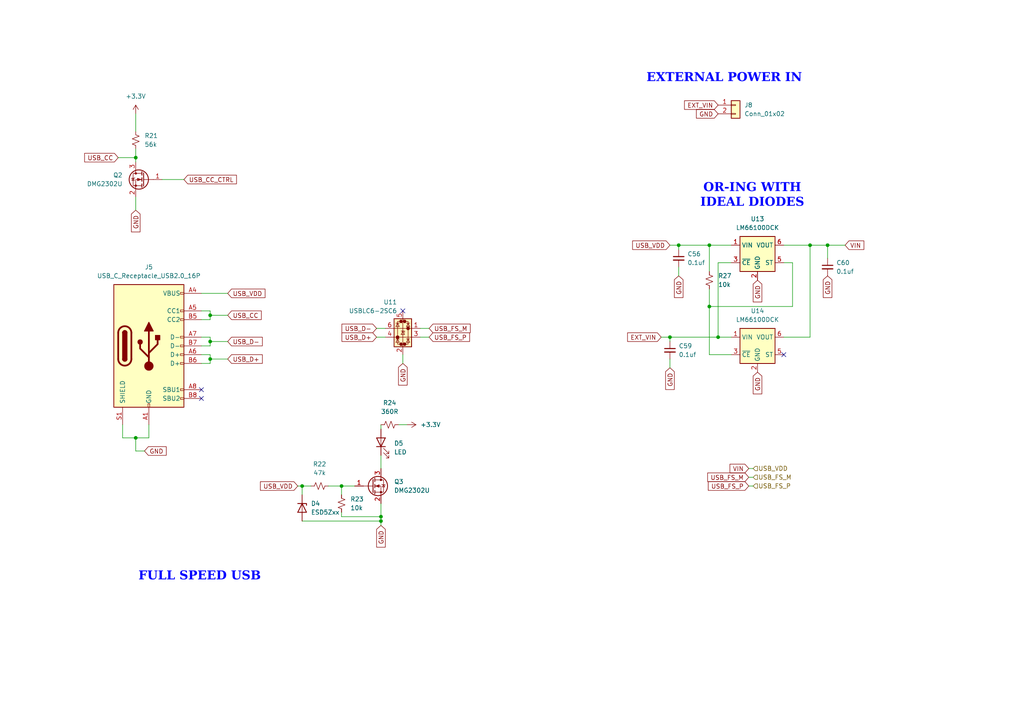
<source format=kicad_sch>
(kicad_sch
	(version 20231120)
	(generator "eeschema")
	(generator_version "8.0")
	(uuid "e956789f-0d7c-4ab9-9eaf-f110bd9c3b74")
	(paper "A4")
	(lib_symbols
		(symbol "Connector:USB_C_Receptacle_USB2.0_16P"
			(pin_names
				(offset 1.016)
			)
			(exclude_from_sim no)
			(in_bom yes)
			(on_board yes)
			(property "Reference" "J"
				(at 0 22.225 0)
				(effects
					(font
						(size 1.27 1.27)
					)
				)
			)
			(property "Value" "USB_C_Receptacle_USB2.0_16P"
				(at 0 19.685 0)
				(effects
					(font
						(size 1.27 1.27)
					)
				)
			)
			(property "Footprint" ""
				(at 3.81 0 0)
				(effects
					(font
						(size 1.27 1.27)
					)
					(hide yes)
				)
			)
			(property "Datasheet" "https://www.usb.org/sites/default/files/documents/usb_type-c.zip"
				(at 3.81 0 0)
				(effects
					(font
						(size 1.27 1.27)
					)
					(hide yes)
				)
			)
			(property "Description" "USB 2.0-only 16P Type-C Receptacle connector"
				(at 0 0 0)
				(effects
					(font
						(size 1.27 1.27)
					)
					(hide yes)
				)
			)
			(property "ki_keywords" "usb universal serial bus type-C USB2.0"
				(at 0 0 0)
				(effects
					(font
						(size 1.27 1.27)
					)
					(hide yes)
				)
			)
			(property "ki_fp_filters" "USB*C*Receptacle*"
				(at 0 0 0)
				(effects
					(font
						(size 1.27 1.27)
					)
					(hide yes)
				)
			)
			(symbol "USB_C_Receptacle_USB2.0_16P_0_0"
				(rectangle
					(start -0.254 -17.78)
					(end 0.254 -16.764)
					(stroke
						(width 0)
						(type default)
					)
					(fill
						(type none)
					)
				)
				(rectangle
					(start 10.16 -14.986)
					(end 9.144 -15.494)
					(stroke
						(width 0)
						(type default)
					)
					(fill
						(type none)
					)
				)
				(rectangle
					(start 10.16 -12.446)
					(end 9.144 -12.954)
					(stroke
						(width 0)
						(type default)
					)
					(fill
						(type none)
					)
				)
				(rectangle
					(start 10.16 -4.826)
					(end 9.144 -5.334)
					(stroke
						(width 0)
						(type default)
					)
					(fill
						(type none)
					)
				)
				(rectangle
					(start 10.16 -2.286)
					(end 9.144 -2.794)
					(stroke
						(width 0)
						(type default)
					)
					(fill
						(type none)
					)
				)
				(rectangle
					(start 10.16 0.254)
					(end 9.144 -0.254)
					(stroke
						(width 0)
						(type default)
					)
					(fill
						(type none)
					)
				)
				(rectangle
					(start 10.16 2.794)
					(end 9.144 2.286)
					(stroke
						(width 0)
						(type default)
					)
					(fill
						(type none)
					)
				)
				(rectangle
					(start 10.16 7.874)
					(end 9.144 7.366)
					(stroke
						(width 0)
						(type default)
					)
					(fill
						(type none)
					)
				)
				(rectangle
					(start 10.16 10.414)
					(end 9.144 9.906)
					(stroke
						(width 0)
						(type default)
					)
					(fill
						(type none)
					)
				)
				(rectangle
					(start 10.16 15.494)
					(end 9.144 14.986)
					(stroke
						(width 0)
						(type default)
					)
					(fill
						(type none)
					)
				)
			)
			(symbol "USB_C_Receptacle_USB2.0_16P_0_1"
				(rectangle
					(start -10.16 17.78)
					(end 10.16 -17.78)
					(stroke
						(width 0.254)
						(type default)
					)
					(fill
						(type background)
					)
				)
				(arc
					(start -8.89 -3.81)
					(mid -6.985 -5.7067)
					(end -5.08 -3.81)
					(stroke
						(width 0.508)
						(type default)
					)
					(fill
						(type none)
					)
				)
				(arc
					(start -7.62 -3.81)
					(mid -6.985 -4.4423)
					(end -6.35 -3.81)
					(stroke
						(width 0.254)
						(type default)
					)
					(fill
						(type none)
					)
				)
				(arc
					(start -7.62 -3.81)
					(mid -6.985 -4.4423)
					(end -6.35 -3.81)
					(stroke
						(width 0.254)
						(type default)
					)
					(fill
						(type outline)
					)
				)
				(rectangle
					(start -7.62 -3.81)
					(end -6.35 3.81)
					(stroke
						(width 0.254)
						(type default)
					)
					(fill
						(type outline)
					)
				)
				(arc
					(start -6.35 3.81)
					(mid -6.985 4.4423)
					(end -7.62 3.81)
					(stroke
						(width 0.254)
						(type default)
					)
					(fill
						(type none)
					)
				)
				(arc
					(start -6.35 3.81)
					(mid -6.985 4.4423)
					(end -7.62 3.81)
					(stroke
						(width 0.254)
						(type default)
					)
					(fill
						(type outline)
					)
				)
				(arc
					(start -5.08 3.81)
					(mid -6.985 5.7067)
					(end -8.89 3.81)
					(stroke
						(width 0.508)
						(type default)
					)
					(fill
						(type none)
					)
				)
				(circle
					(center -2.54 1.143)
					(radius 0.635)
					(stroke
						(width 0.254)
						(type default)
					)
					(fill
						(type outline)
					)
				)
				(circle
					(center 0 -5.842)
					(radius 1.27)
					(stroke
						(width 0)
						(type default)
					)
					(fill
						(type outline)
					)
				)
				(polyline
					(pts
						(xy -8.89 -3.81) (xy -8.89 3.81)
					)
					(stroke
						(width 0.508)
						(type default)
					)
					(fill
						(type none)
					)
				)
				(polyline
					(pts
						(xy -5.08 3.81) (xy -5.08 -3.81)
					)
					(stroke
						(width 0.508)
						(type default)
					)
					(fill
						(type none)
					)
				)
				(polyline
					(pts
						(xy 0 -5.842) (xy 0 4.318)
					)
					(stroke
						(width 0.508)
						(type default)
					)
					(fill
						(type none)
					)
				)
				(polyline
					(pts
						(xy 0 -3.302) (xy -2.54 -0.762) (xy -2.54 0.508)
					)
					(stroke
						(width 0.508)
						(type default)
					)
					(fill
						(type none)
					)
				)
				(polyline
					(pts
						(xy 0 -2.032) (xy 2.54 0.508) (xy 2.54 1.778)
					)
					(stroke
						(width 0.508)
						(type default)
					)
					(fill
						(type none)
					)
				)
				(polyline
					(pts
						(xy -1.27 4.318) (xy 0 6.858) (xy 1.27 4.318) (xy -1.27 4.318)
					)
					(stroke
						(width 0.254)
						(type default)
					)
					(fill
						(type outline)
					)
				)
				(rectangle
					(start 1.905 1.778)
					(end 3.175 3.048)
					(stroke
						(width 0.254)
						(type default)
					)
					(fill
						(type outline)
					)
				)
			)
			(symbol "USB_C_Receptacle_USB2.0_16P_1_1"
				(pin passive line
					(at 0 -22.86 90)
					(length 5.08)
					(name "GND"
						(effects
							(font
								(size 1.27 1.27)
							)
						)
					)
					(number "A1"
						(effects
							(font
								(size 1.27 1.27)
							)
						)
					)
				)
				(pin passive line
					(at 0 -22.86 90)
					(length 5.08) hide
					(name "GND"
						(effects
							(font
								(size 1.27 1.27)
							)
						)
					)
					(number "A12"
						(effects
							(font
								(size 1.27 1.27)
							)
						)
					)
				)
				(pin passive line
					(at 15.24 15.24 180)
					(length 5.08)
					(name "VBUS"
						(effects
							(font
								(size 1.27 1.27)
							)
						)
					)
					(number "A4"
						(effects
							(font
								(size 1.27 1.27)
							)
						)
					)
				)
				(pin bidirectional line
					(at 15.24 10.16 180)
					(length 5.08)
					(name "CC1"
						(effects
							(font
								(size 1.27 1.27)
							)
						)
					)
					(number "A5"
						(effects
							(font
								(size 1.27 1.27)
							)
						)
					)
				)
				(pin bidirectional line
					(at 15.24 -2.54 180)
					(length 5.08)
					(name "D+"
						(effects
							(font
								(size 1.27 1.27)
							)
						)
					)
					(number "A6"
						(effects
							(font
								(size 1.27 1.27)
							)
						)
					)
				)
				(pin bidirectional line
					(at 15.24 2.54 180)
					(length 5.08)
					(name "D-"
						(effects
							(font
								(size 1.27 1.27)
							)
						)
					)
					(number "A7"
						(effects
							(font
								(size 1.27 1.27)
							)
						)
					)
				)
				(pin bidirectional line
					(at 15.24 -12.7 180)
					(length 5.08)
					(name "SBU1"
						(effects
							(font
								(size 1.27 1.27)
							)
						)
					)
					(number "A8"
						(effects
							(font
								(size 1.27 1.27)
							)
						)
					)
				)
				(pin passive line
					(at 15.24 15.24 180)
					(length 5.08) hide
					(name "VBUS"
						(effects
							(font
								(size 1.27 1.27)
							)
						)
					)
					(number "A9"
						(effects
							(font
								(size 1.27 1.27)
							)
						)
					)
				)
				(pin passive line
					(at 0 -22.86 90)
					(length 5.08) hide
					(name "GND"
						(effects
							(font
								(size 1.27 1.27)
							)
						)
					)
					(number "B1"
						(effects
							(font
								(size 1.27 1.27)
							)
						)
					)
				)
				(pin passive line
					(at 0 -22.86 90)
					(length 5.08) hide
					(name "GND"
						(effects
							(font
								(size 1.27 1.27)
							)
						)
					)
					(number "B12"
						(effects
							(font
								(size 1.27 1.27)
							)
						)
					)
				)
				(pin passive line
					(at 15.24 15.24 180)
					(length 5.08) hide
					(name "VBUS"
						(effects
							(font
								(size 1.27 1.27)
							)
						)
					)
					(number "B4"
						(effects
							(font
								(size 1.27 1.27)
							)
						)
					)
				)
				(pin bidirectional line
					(at 15.24 7.62 180)
					(length 5.08)
					(name "CC2"
						(effects
							(font
								(size 1.27 1.27)
							)
						)
					)
					(number "B5"
						(effects
							(font
								(size 1.27 1.27)
							)
						)
					)
				)
				(pin bidirectional line
					(at 15.24 -5.08 180)
					(length 5.08)
					(name "D+"
						(effects
							(font
								(size 1.27 1.27)
							)
						)
					)
					(number "B6"
						(effects
							(font
								(size 1.27 1.27)
							)
						)
					)
				)
				(pin bidirectional line
					(at 15.24 0 180)
					(length 5.08)
					(name "D-"
						(effects
							(font
								(size 1.27 1.27)
							)
						)
					)
					(number "B7"
						(effects
							(font
								(size 1.27 1.27)
							)
						)
					)
				)
				(pin bidirectional line
					(at 15.24 -15.24 180)
					(length 5.08)
					(name "SBU2"
						(effects
							(font
								(size 1.27 1.27)
							)
						)
					)
					(number "B8"
						(effects
							(font
								(size 1.27 1.27)
							)
						)
					)
				)
				(pin passive line
					(at 15.24 15.24 180)
					(length 5.08) hide
					(name "VBUS"
						(effects
							(font
								(size 1.27 1.27)
							)
						)
					)
					(number "B9"
						(effects
							(font
								(size 1.27 1.27)
							)
						)
					)
				)
				(pin passive line
					(at -7.62 -22.86 90)
					(length 5.08)
					(name "SHIELD"
						(effects
							(font
								(size 1.27 1.27)
							)
						)
					)
					(number "S1"
						(effects
							(font
								(size 1.27 1.27)
							)
						)
					)
				)
			)
		)
		(symbol "Connector_Generic:Conn_01x02"
			(pin_names
				(offset 1.016) hide)
			(exclude_from_sim no)
			(in_bom yes)
			(on_board yes)
			(property "Reference" "J"
				(at 0 2.54 0)
				(effects
					(font
						(size 1.27 1.27)
					)
				)
			)
			(property "Value" "Conn_01x02"
				(at 0 -5.08 0)
				(effects
					(font
						(size 1.27 1.27)
					)
				)
			)
			(property "Footprint" ""
				(at 0 0 0)
				(effects
					(font
						(size 1.27 1.27)
					)
					(hide yes)
				)
			)
			(property "Datasheet" "~"
				(at 0 0 0)
				(effects
					(font
						(size 1.27 1.27)
					)
					(hide yes)
				)
			)
			(property "Description" "Generic connector, single row, 01x02, script generated (kicad-library-utils/schlib/autogen/connector/)"
				(at 0 0 0)
				(effects
					(font
						(size 1.27 1.27)
					)
					(hide yes)
				)
			)
			(property "ki_keywords" "connector"
				(at 0 0 0)
				(effects
					(font
						(size 1.27 1.27)
					)
					(hide yes)
				)
			)
			(property "ki_fp_filters" "Connector*:*_1x??_*"
				(at 0 0 0)
				(effects
					(font
						(size 1.27 1.27)
					)
					(hide yes)
				)
			)
			(symbol "Conn_01x02_1_1"
				(rectangle
					(start -1.27 -2.413)
					(end 0 -2.667)
					(stroke
						(width 0.1524)
						(type default)
					)
					(fill
						(type none)
					)
				)
				(rectangle
					(start -1.27 0.127)
					(end 0 -0.127)
					(stroke
						(width 0.1524)
						(type default)
					)
					(fill
						(type none)
					)
				)
				(rectangle
					(start -1.27 1.27)
					(end 1.27 -3.81)
					(stroke
						(width 0.254)
						(type default)
					)
					(fill
						(type background)
					)
				)
				(pin passive line
					(at -5.08 0 0)
					(length 3.81)
					(name "Pin_1"
						(effects
							(font
								(size 1.27 1.27)
							)
						)
					)
					(number "1"
						(effects
							(font
								(size 1.27 1.27)
							)
						)
					)
				)
				(pin passive line
					(at -5.08 -2.54 0)
					(length 3.81)
					(name "Pin_2"
						(effects
							(font
								(size 1.27 1.27)
							)
						)
					)
					(number "2"
						(effects
							(font
								(size 1.27 1.27)
							)
						)
					)
				)
			)
		)
		(symbol "Device:C_Small"
			(pin_numbers hide)
			(pin_names
				(offset 0.254) hide)
			(exclude_from_sim no)
			(in_bom yes)
			(on_board yes)
			(property "Reference" "C"
				(at 0.254 1.778 0)
				(effects
					(font
						(size 1.27 1.27)
					)
					(justify left)
				)
			)
			(property "Value" "C_Small"
				(at 0.254 -2.032 0)
				(effects
					(font
						(size 1.27 1.27)
					)
					(justify left)
				)
			)
			(property "Footprint" ""
				(at 0 0 0)
				(effects
					(font
						(size 1.27 1.27)
					)
					(hide yes)
				)
			)
			(property "Datasheet" "~"
				(at 0 0 0)
				(effects
					(font
						(size 1.27 1.27)
					)
					(hide yes)
				)
			)
			(property "Description" "Unpolarized capacitor, small symbol"
				(at 0 0 0)
				(effects
					(font
						(size 1.27 1.27)
					)
					(hide yes)
				)
			)
			(property "ki_keywords" "capacitor cap"
				(at 0 0 0)
				(effects
					(font
						(size 1.27 1.27)
					)
					(hide yes)
				)
			)
			(property "ki_fp_filters" "C_*"
				(at 0 0 0)
				(effects
					(font
						(size 1.27 1.27)
					)
					(hide yes)
				)
			)
			(symbol "C_Small_0_1"
				(polyline
					(pts
						(xy -1.524 -0.508) (xy 1.524 -0.508)
					)
					(stroke
						(width 0.3302)
						(type default)
					)
					(fill
						(type none)
					)
				)
				(polyline
					(pts
						(xy -1.524 0.508) (xy 1.524 0.508)
					)
					(stroke
						(width 0.3048)
						(type default)
					)
					(fill
						(type none)
					)
				)
			)
			(symbol "C_Small_1_1"
				(pin passive line
					(at 0 2.54 270)
					(length 2.032)
					(name "~"
						(effects
							(font
								(size 1.27 1.27)
							)
						)
					)
					(number "1"
						(effects
							(font
								(size 1.27 1.27)
							)
						)
					)
				)
				(pin passive line
					(at 0 -2.54 90)
					(length 2.032)
					(name "~"
						(effects
							(font
								(size 1.27 1.27)
							)
						)
					)
					(number "2"
						(effects
							(font
								(size 1.27 1.27)
							)
						)
					)
				)
			)
		)
		(symbol "Device:LED"
			(pin_numbers hide)
			(pin_names
				(offset 1.016) hide)
			(exclude_from_sim no)
			(in_bom yes)
			(on_board yes)
			(property "Reference" "D"
				(at 0 2.54 0)
				(effects
					(font
						(size 1.27 1.27)
					)
				)
			)
			(property "Value" "LED"
				(at 0 -2.54 0)
				(effects
					(font
						(size 1.27 1.27)
					)
				)
			)
			(property "Footprint" ""
				(at 0 0 0)
				(effects
					(font
						(size 1.27 1.27)
					)
					(hide yes)
				)
			)
			(property "Datasheet" "~"
				(at 0 0 0)
				(effects
					(font
						(size 1.27 1.27)
					)
					(hide yes)
				)
			)
			(property "Description" "Light emitting diode"
				(at 0 0 0)
				(effects
					(font
						(size 1.27 1.27)
					)
					(hide yes)
				)
			)
			(property "ki_keywords" "LED diode"
				(at 0 0 0)
				(effects
					(font
						(size 1.27 1.27)
					)
					(hide yes)
				)
			)
			(property "ki_fp_filters" "LED* LED_SMD:* LED_THT:*"
				(at 0 0 0)
				(effects
					(font
						(size 1.27 1.27)
					)
					(hide yes)
				)
			)
			(symbol "LED_0_1"
				(polyline
					(pts
						(xy -1.27 -1.27) (xy -1.27 1.27)
					)
					(stroke
						(width 0.254)
						(type default)
					)
					(fill
						(type none)
					)
				)
				(polyline
					(pts
						(xy -1.27 0) (xy 1.27 0)
					)
					(stroke
						(width 0)
						(type default)
					)
					(fill
						(type none)
					)
				)
				(polyline
					(pts
						(xy 1.27 -1.27) (xy 1.27 1.27) (xy -1.27 0) (xy 1.27 -1.27)
					)
					(stroke
						(width 0.254)
						(type default)
					)
					(fill
						(type none)
					)
				)
				(polyline
					(pts
						(xy -3.048 -0.762) (xy -4.572 -2.286) (xy -3.81 -2.286) (xy -4.572 -2.286) (xy -4.572 -1.524)
					)
					(stroke
						(width 0)
						(type default)
					)
					(fill
						(type none)
					)
				)
				(polyline
					(pts
						(xy -1.778 -0.762) (xy -3.302 -2.286) (xy -2.54 -2.286) (xy -3.302 -2.286) (xy -3.302 -1.524)
					)
					(stroke
						(width 0)
						(type default)
					)
					(fill
						(type none)
					)
				)
			)
			(symbol "LED_1_1"
				(pin passive line
					(at -3.81 0 0)
					(length 2.54)
					(name "K"
						(effects
							(font
								(size 1.27 1.27)
							)
						)
					)
					(number "1"
						(effects
							(font
								(size 1.27 1.27)
							)
						)
					)
				)
				(pin passive line
					(at 3.81 0 180)
					(length 2.54)
					(name "A"
						(effects
							(font
								(size 1.27 1.27)
							)
						)
					)
					(number "2"
						(effects
							(font
								(size 1.27 1.27)
							)
						)
					)
				)
			)
		)
		(symbol "Device:R_Small_US"
			(pin_numbers hide)
			(pin_names
				(offset 0.254) hide)
			(exclude_from_sim no)
			(in_bom yes)
			(on_board yes)
			(property "Reference" "R"
				(at 0.762 0.508 0)
				(effects
					(font
						(size 1.27 1.27)
					)
					(justify left)
				)
			)
			(property "Value" "R_Small_US"
				(at 0.762 -1.016 0)
				(effects
					(font
						(size 1.27 1.27)
					)
					(justify left)
				)
			)
			(property "Footprint" ""
				(at 0 0 0)
				(effects
					(font
						(size 1.27 1.27)
					)
					(hide yes)
				)
			)
			(property "Datasheet" "~"
				(at 0 0 0)
				(effects
					(font
						(size 1.27 1.27)
					)
					(hide yes)
				)
			)
			(property "Description" "Resistor, small US symbol"
				(at 0 0 0)
				(effects
					(font
						(size 1.27 1.27)
					)
					(hide yes)
				)
			)
			(property "ki_keywords" "r resistor"
				(at 0 0 0)
				(effects
					(font
						(size 1.27 1.27)
					)
					(hide yes)
				)
			)
			(property "ki_fp_filters" "R_*"
				(at 0 0 0)
				(effects
					(font
						(size 1.27 1.27)
					)
					(hide yes)
				)
			)
			(symbol "R_Small_US_1_1"
				(polyline
					(pts
						(xy 0 0) (xy 1.016 -0.381) (xy 0 -0.762) (xy -1.016 -1.143) (xy 0 -1.524)
					)
					(stroke
						(width 0)
						(type default)
					)
					(fill
						(type none)
					)
				)
				(polyline
					(pts
						(xy 0 1.524) (xy 1.016 1.143) (xy 0 0.762) (xy -1.016 0.381) (xy 0 0)
					)
					(stroke
						(width 0)
						(type default)
					)
					(fill
						(type none)
					)
				)
				(pin passive line
					(at 0 2.54 270)
					(length 1.016)
					(name "~"
						(effects
							(font
								(size 1.27 1.27)
							)
						)
					)
					(number "1"
						(effects
							(font
								(size 1.27 1.27)
							)
						)
					)
				)
				(pin passive line
					(at 0 -2.54 90)
					(length 1.016)
					(name "~"
						(effects
							(font
								(size 1.27 1.27)
							)
						)
					)
					(number "2"
						(effects
							(font
								(size 1.27 1.27)
							)
						)
					)
				)
			)
		)
		(symbol "Diode:ESD5Zxx"
			(pin_numbers hide)
			(pin_names hide)
			(exclude_from_sim no)
			(in_bom yes)
			(on_board yes)
			(property "Reference" "D"
				(at 0 2.54 0)
				(effects
					(font
						(size 1.27 1.27)
					)
				)
			)
			(property "Value" "ESD5Zxx"
				(at 0 -2.54 0)
				(effects
					(font
						(size 1.27 1.27)
					)
				)
			)
			(property "Footprint" "Diode_SMD:D_SOD-523"
				(at 0 -4.445 0)
				(effects
					(font
						(size 1.27 1.27)
					)
					(hide yes)
				)
			)
			(property "Datasheet" "https://www.onsemi.com/pdf/datasheet/esd5z2.5t1-d.pdf"
				(at 0 0 0)
				(effects
					(font
						(size 1.27 1.27)
					)
					(hide yes)
				)
			)
			(property "Description" "ESD Protection Diode, SOD-523"
				(at 0 0 0)
				(effects
					(font
						(size 1.27 1.27)
					)
					(hide yes)
				)
			)
			(property "ki_keywords" "esd tvs unidirectional diode"
				(at 0 0 0)
				(effects
					(font
						(size 1.27 1.27)
					)
					(hide yes)
				)
			)
			(property "ki_fp_filters" "D?SOD?523*"
				(at 0 0 0)
				(effects
					(font
						(size 1.27 1.27)
					)
					(hide yes)
				)
			)
			(symbol "ESD5Zxx_0_1"
				(polyline
					(pts
						(xy 1.27 0) (xy -1.27 0)
					)
					(stroke
						(width 0)
						(type default)
					)
					(fill
						(type none)
					)
				)
				(polyline
					(pts
						(xy -1.27 -1.27) (xy -1.27 1.27) (xy -0.762 1.27)
					)
					(stroke
						(width 0.254)
						(type default)
					)
					(fill
						(type none)
					)
				)
				(polyline
					(pts
						(xy 1.27 -1.27) (xy 1.27 1.27) (xy -1.27 0) (xy 1.27 -1.27)
					)
					(stroke
						(width 0.254)
						(type default)
					)
					(fill
						(type none)
					)
				)
			)
			(symbol "ESD5Zxx_1_1"
				(pin passive line
					(at -3.81 0 0)
					(length 2.54)
					(name "K"
						(effects
							(font
								(size 1.27 1.27)
							)
						)
					)
					(number "1"
						(effects
							(font
								(size 1.27 1.27)
							)
						)
					)
				)
				(pin passive line
					(at 3.81 0 180)
					(length 2.54)
					(name "A"
						(effects
							(font
								(size 1.27 1.27)
							)
						)
					)
					(number "2"
						(effects
							(font
								(size 1.27 1.27)
							)
						)
					)
				)
			)
		)
		(symbol "Power_Management:LM66100DCK"
			(exclude_from_sim no)
			(in_bom yes)
			(on_board yes)
			(property "Reference" "U"
				(at -5.08 6.096 0)
				(effects
					(font
						(size 1.27 1.27)
					)
					(justify left)
				)
			)
			(property "Value" "LM66100DCK"
				(at 0.254 -6.35 0)
				(effects
					(font
						(size 1.27 1.27)
					)
					(justify left)
				)
			)
			(property "Footprint" "Package_TO_SOT_SMD:SOT-363_SC-70-6"
				(at 0 1.27 0)
				(effects
					(font
						(size 1.27 1.27)
					)
					(hide yes)
				)
			)
			(property "Datasheet" "https://www.ti.com/lit/ds/symlink/lm66100.pdf"
				(at 0 -1.016 0)
				(effects
					(font
						(size 1.27 1.27)
					)
					(hide yes)
				)
			)
			(property "Description" "Ideal Diode With Input Polarity Protection 1.5 - 5.5V  Input Voltage, 1.5A Output Current, Ron 141 mOhm, SC-70-6"
				(at 0 -18.034 0)
				(effects
					(font
						(size 1.27 1.27)
					)
					(hide yes)
				)
			)
			(property "ki_keywords" "Texas Instruments"
				(at 0 0 0)
				(effects
					(font
						(size 1.27 1.27)
					)
					(hide yes)
				)
			)
			(property "ki_fp_filters" "*SC?70*"
				(at 0 0 0)
				(effects
					(font
						(size 1.27 1.27)
					)
					(hide yes)
				)
			)
			(symbol "LM66100DCK_0_1"
				(rectangle
					(start -5.08 5.08)
					(end 5.08 -5.08)
					(stroke
						(width 0.254)
						(type default)
					)
					(fill
						(type background)
					)
				)
			)
			(symbol "LM66100DCK_1_1"
				(pin power_in line
					(at -7.62 2.54 0)
					(length 2.54)
					(name "VIN"
						(effects
							(font
								(size 1.27 1.27)
							)
						)
					)
					(number "1"
						(effects
							(font
								(size 1.27 1.27)
							)
						)
					)
				)
				(pin power_in line
					(at 0 -7.62 90)
					(length 2.54)
					(name "GND"
						(effects
							(font
								(size 1.27 1.27)
							)
						)
					)
					(number "2"
						(effects
							(font
								(size 1.27 1.27)
							)
						)
					)
				)
				(pin input line
					(at -7.62 -2.54 0)
					(length 2.54)
					(name "~{CE}"
						(effects
							(font
								(size 1.27 1.27)
							)
						)
					)
					(number "3"
						(effects
							(font
								(size 1.27 1.27)
							)
						)
					)
				)
				(pin no_connect line
					(at 0 5.08 270)
					(length 2.54) hide
					(name "NC"
						(effects
							(font
								(size 1.27 1.27)
							)
						)
					)
					(number "4"
						(effects
							(font
								(size 1.27 1.27)
							)
						)
					)
				)
				(pin open_collector line
					(at 7.62 -2.54 180)
					(length 2.54)
					(name "ST"
						(effects
							(font
								(size 1.27 1.27)
							)
						)
					)
					(number "5"
						(effects
							(font
								(size 1.27 1.27)
							)
						)
					)
				)
				(pin power_out line
					(at 7.62 2.54 180)
					(length 2.54)
					(name "VOUT"
						(effects
							(font
								(size 1.27 1.27)
							)
						)
					)
					(number "6"
						(effects
							(font
								(size 1.27 1.27)
							)
						)
					)
				)
			)
		)
		(symbol "Power_Protection:USBLC6-2SC6"
			(pin_names hide)
			(exclude_from_sim no)
			(in_bom yes)
			(on_board yes)
			(property "Reference" "U"
				(at 0.635 5.715 0)
				(effects
					(font
						(size 1.27 1.27)
					)
					(justify left)
				)
			)
			(property "Value" "USBLC6-2SC6"
				(at 0.635 3.81 0)
				(effects
					(font
						(size 1.27 1.27)
					)
					(justify left)
				)
			)
			(property "Footprint" "Package_TO_SOT_SMD:SOT-23-6"
				(at 1.27 -6.35 0)
				(effects
					(font
						(size 1.27 1.27)
						(italic yes)
					)
					(justify left)
					(hide yes)
				)
			)
			(property "Datasheet" "https://www.st.com/resource/en/datasheet/usblc6-2.pdf"
				(at 1.27 -8.255 0)
				(effects
					(font
						(size 1.27 1.27)
					)
					(justify left)
					(hide yes)
				)
			)
			(property "Description" "Very low capacitance ESD protection diode, 2 data-line, SOT-23-6"
				(at 0 0 0)
				(effects
					(font
						(size 1.27 1.27)
					)
					(hide yes)
				)
			)
			(property "ki_keywords" "usb ethernet video"
				(at 0 0 0)
				(effects
					(font
						(size 1.27 1.27)
					)
					(hide yes)
				)
			)
			(property "ki_fp_filters" "SOT?23*"
				(at 0 0 0)
				(effects
					(font
						(size 1.27 1.27)
					)
					(hide yes)
				)
			)
			(symbol "USBLC6-2SC6_0_0"
				(circle
					(center -1.524 0)
					(radius 0.0001)
					(stroke
						(width 0.508)
						(type default)
					)
					(fill
						(type none)
					)
				)
				(circle
					(center -0.508 -4.572)
					(radius 0.0001)
					(stroke
						(width 0.508)
						(type default)
					)
					(fill
						(type none)
					)
				)
				(circle
					(center -0.508 2.032)
					(radius 0.0001)
					(stroke
						(width 0.508)
						(type default)
					)
					(fill
						(type none)
					)
				)
				(circle
					(center 0.508 -4.572)
					(radius 0.0001)
					(stroke
						(width 0.508)
						(type default)
					)
					(fill
						(type none)
					)
				)
				(circle
					(center 0.508 2.032)
					(radius 0.0001)
					(stroke
						(width 0.508)
						(type default)
					)
					(fill
						(type none)
					)
				)
				(circle
					(center 1.524 -2.54)
					(radius 0.0001)
					(stroke
						(width 0.508)
						(type default)
					)
					(fill
						(type none)
					)
				)
			)
			(symbol "USBLC6-2SC6_0_1"
				(polyline
					(pts
						(xy -2.54 -2.54) (xy 2.54 -2.54)
					)
					(stroke
						(width 0)
						(type default)
					)
					(fill
						(type none)
					)
				)
				(polyline
					(pts
						(xy -2.54 0) (xy 2.54 0)
					)
					(stroke
						(width 0)
						(type default)
					)
					(fill
						(type none)
					)
				)
				(polyline
					(pts
						(xy -2.032 -3.048) (xy -1.016 -3.048)
					)
					(stroke
						(width 0)
						(type default)
					)
					(fill
						(type none)
					)
				)
				(polyline
					(pts
						(xy -1.016 1.524) (xy -2.032 1.524)
					)
					(stroke
						(width 0)
						(type default)
					)
					(fill
						(type none)
					)
				)
				(polyline
					(pts
						(xy 1.016 -3.048) (xy 2.032 -3.048)
					)
					(stroke
						(width 0)
						(type default)
					)
					(fill
						(type none)
					)
				)
				(polyline
					(pts
						(xy 1.016 1.524) (xy 2.032 1.524)
					)
					(stroke
						(width 0)
						(type default)
					)
					(fill
						(type none)
					)
				)
				(polyline
					(pts
						(xy -0.508 -1.143) (xy -0.508 -0.762) (xy 0.508 -0.762)
					)
					(stroke
						(width 0)
						(type default)
					)
					(fill
						(type none)
					)
				)
				(polyline
					(pts
						(xy -2.032 0.508) (xy -1.016 0.508) (xy -1.524 1.524) (xy -2.032 0.508)
					)
					(stroke
						(width 0)
						(type default)
					)
					(fill
						(type none)
					)
				)
				(polyline
					(pts
						(xy -1.016 -4.064) (xy -2.032 -4.064) (xy -1.524 -3.048) (xy -1.016 -4.064)
					)
					(stroke
						(width 0)
						(type default)
					)
					(fill
						(type none)
					)
				)
				(polyline
					(pts
						(xy 0.508 -1.778) (xy -0.508 -1.778) (xy 0 -0.762) (xy 0.508 -1.778)
					)
					(stroke
						(width 0)
						(type default)
					)
					(fill
						(type none)
					)
				)
				(polyline
					(pts
						(xy 2.032 -4.064) (xy 1.016 -4.064) (xy 1.524 -3.048) (xy 2.032 -4.064)
					)
					(stroke
						(width 0)
						(type default)
					)
					(fill
						(type none)
					)
				)
				(polyline
					(pts
						(xy 2.032 0.508) (xy 1.016 0.508) (xy 1.524 1.524) (xy 2.032 0.508)
					)
					(stroke
						(width 0)
						(type default)
					)
					(fill
						(type none)
					)
				)
				(polyline
					(pts
						(xy 0 2.54) (xy -0.508 2.032) (xy 0.508 2.032) (xy 0 1.524) (xy 0 -4.064) (xy -0.508 -4.572) (xy 0.508 -4.572)
						(xy 0 -5.08)
					)
					(stroke
						(width 0)
						(type default)
					)
					(fill
						(type none)
					)
				)
			)
			(symbol "USBLC6-2SC6_1_1"
				(rectangle
					(start -2.54 2.794)
					(end 2.54 -5.334)
					(stroke
						(width 0.254)
						(type default)
					)
					(fill
						(type background)
					)
				)
				(polyline
					(pts
						(xy -0.508 2.032) (xy -1.524 2.032) (xy -1.524 -4.572) (xy -0.508 -4.572)
					)
					(stroke
						(width 0)
						(type default)
					)
					(fill
						(type none)
					)
				)
				(polyline
					(pts
						(xy 0.508 -4.572) (xy 1.524 -4.572) (xy 1.524 2.032) (xy 0.508 2.032)
					)
					(stroke
						(width 0)
						(type default)
					)
					(fill
						(type none)
					)
				)
				(pin passive line
					(at -5.08 0 0)
					(length 2.54)
					(name "I/O1"
						(effects
							(font
								(size 1.27 1.27)
							)
						)
					)
					(number "1"
						(effects
							(font
								(size 1.27 1.27)
							)
						)
					)
				)
				(pin passive line
					(at 0 -7.62 90)
					(length 2.54)
					(name "GND"
						(effects
							(font
								(size 1.27 1.27)
							)
						)
					)
					(number "2"
						(effects
							(font
								(size 1.27 1.27)
							)
						)
					)
				)
				(pin passive line
					(at -5.08 -2.54 0)
					(length 2.54)
					(name "I/O2"
						(effects
							(font
								(size 1.27 1.27)
							)
						)
					)
					(number "3"
						(effects
							(font
								(size 1.27 1.27)
							)
						)
					)
				)
				(pin passive line
					(at 5.08 -2.54 180)
					(length 2.54)
					(name "I/O2"
						(effects
							(font
								(size 1.27 1.27)
							)
						)
					)
					(number "4"
						(effects
							(font
								(size 1.27 1.27)
							)
						)
					)
				)
				(pin passive line
					(at 0 5.08 270)
					(length 2.54)
					(name "VBUS"
						(effects
							(font
								(size 1.27 1.27)
							)
						)
					)
					(number "5"
						(effects
							(font
								(size 1.27 1.27)
							)
						)
					)
				)
				(pin passive line
					(at 5.08 0 180)
					(length 2.54)
					(name "I/O1"
						(effects
							(font
								(size 1.27 1.27)
							)
						)
					)
					(number "6"
						(effects
							(font
								(size 1.27 1.27)
							)
						)
					)
				)
			)
		)
		(symbol "Transistor_FET:DMG2302U"
			(pin_names hide)
			(exclude_from_sim no)
			(in_bom yes)
			(on_board yes)
			(property "Reference" "Q"
				(at 5.08 1.905 0)
				(effects
					(font
						(size 1.27 1.27)
					)
					(justify left)
				)
			)
			(property "Value" "DMG2302U"
				(at 5.08 0 0)
				(effects
					(font
						(size 1.27 1.27)
					)
					(justify left)
				)
			)
			(property "Footprint" "Package_TO_SOT_SMD:SOT-23"
				(at 5.08 -1.905 0)
				(effects
					(font
						(size 1.27 1.27)
						(italic yes)
					)
					(justify left)
					(hide yes)
				)
			)
			(property "Datasheet" "http://www.diodes.com/assets/Datasheets/DMG2302U.pdf"
				(at 5.08 -3.81 0)
				(effects
					(font
						(size 1.27 1.27)
					)
					(justify left)
					(hide yes)
				)
			)
			(property "Description" "4.2A Id, 20V Vds, N-Channel MOSFET, SOT-23"
				(at 0 0 0)
				(effects
					(font
						(size 1.27 1.27)
					)
					(hide yes)
				)
			)
			(property "ki_keywords" "N-Channel MOSFET"
				(at 0 0 0)
				(effects
					(font
						(size 1.27 1.27)
					)
					(hide yes)
				)
			)
			(property "ki_fp_filters" "SOT?23*"
				(at 0 0 0)
				(effects
					(font
						(size 1.27 1.27)
					)
					(hide yes)
				)
			)
			(symbol "DMG2302U_0_1"
				(polyline
					(pts
						(xy 0.254 0) (xy -2.54 0)
					)
					(stroke
						(width 0)
						(type default)
					)
					(fill
						(type none)
					)
				)
				(polyline
					(pts
						(xy 0.254 1.905) (xy 0.254 -1.905)
					)
					(stroke
						(width 0.254)
						(type default)
					)
					(fill
						(type none)
					)
				)
				(polyline
					(pts
						(xy 0.762 -1.27) (xy 0.762 -2.286)
					)
					(stroke
						(width 0.254)
						(type default)
					)
					(fill
						(type none)
					)
				)
				(polyline
					(pts
						(xy 0.762 0.508) (xy 0.762 -0.508)
					)
					(stroke
						(width 0.254)
						(type default)
					)
					(fill
						(type none)
					)
				)
				(polyline
					(pts
						(xy 0.762 2.286) (xy 0.762 1.27)
					)
					(stroke
						(width 0.254)
						(type default)
					)
					(fill
						(type none)
					)
				)
				(polyline
					(pts
						(xy 2.54 2.54) (xy 2.54 1.778)
					)
					(stroke
						(width 0)
						(type default)
					)
					(fill
						(type none)
					)
				)
				(polyline
					(pts
						(xy 2.54 -2.54) (xy 2.54 0) (xy 0.762 0)
					)
					(stroke
						(width 0)
						(type default)
					)
					(fill
						(type none)
					)
				)
				(polyline
					(pts
						(xy 0.762 -1.778) (xy 3.302 -1.778) (xy 3.302 1.778) (xy 0.762 1.778)
					)
					(stroke
						(width 0)
						(type default)
					)
					(fill
						(type none)
					)
				)
				(polyline
					(pts
						(xy 1.016 0) (xy 2.032 0.381) (xy 2.032 -0.381) (xy 1.016 0)
					)
					(stroke
						(width 0)
						(type default)
					)
					(fill
						(type outline)
					)
				)
				(polyline
					(pts
						(xy 2.794 0.508) (xy 2.921 0.381) (xy 3.683 0.381) (xy 3.81 0.254)
					)
					(stroke
						(width 0)
						(type default)
					)
					(fill
						(type none)
					)
				)
				(polyline
					(pts
						(xy 3.302 0.381) (xy 2.921 -0.254) (xy 3.683 -0.254) (xy 3.302 0.381)
					)
					(stroke
						(width 0)
						(type default)
					)
					(fill
						(type none)
					)
				)
				(circle
					(center 1.651 0)
					(radius 2.794)
					(stroke
						(width 0.254)
						(type default)
					)
					(fill
						(type none)
					)
				)
				(circle
					(center 2.54 -1.778)
					(radius 0.254)
					(stroke
						(width 0)
						(type default)
					)
					(fill
						(type outline)
					)
				)
				(circle
					(center 2.54 1.778)
					(radius 0.254)
					(stroke
						(width 0)
						(type default)
					)
					(fill
						(type outline)
					)
				)
			)
			(symbol "DMG2302U_1_1"
				(pin input line
					(at -5.08 0 0)
					(length 2.54)
					(name "G"
						(effects
							(font
								(size 1.27 1.27)
							)
						)
					)
					(number "1"
						(effects
							(font
								(size 1.27 1.27)
							)
						)
					)
				)
				(pin passive line
					(at 2.54 -5.08 90)
					(length 2.54)
					(name "S"
						(effects
							(font
								(size 1.27 1.27)
							)
						)
					)
					(number "2"
						(effects
							(font
								(size 1.27 1.27)
							)
						)
					)
				)
				(pin passive line
					(at 2.54 5.08 270)
					(length 2.54)
					(name "D"
						(effects
							(font
								(size 1.27 1.27)
							)
						)
					)
					(number "3"
						(effects
							(font
								(size 1.27 1.27)
							)
						)
					)
				)
			)
		)
		(symbol "power:+3.3V"
			(power)
			(pin_numbers hide)
			(pin_names
				(offset 0) hide)
			(exclude_from_sim no)
			(in_bom yes)
			(on_board yes)
			(property "Reference" "#PWR"
				(at 0 -3.81 0)
				(effects
					(font
						(size 1.27 1.27)
					)
					(hide yes)
				)
			)
			(property "Value" "+3.3V"
				(at 0 3.556 0)
				(effects
					(font
						(size 1.27 1.27)
					)
				)
			)
			(property "Footprint" ""
				(at 0 0 0)
				(effects
					(font
						(size 1.27 1.27)
					)
					(hide yes)
				)
			)
			(property "Datasheet" ""
				(at 0 0 0)
				(effects
					(font
						(size 1.27 1.27)
					)
					(hide yes)
				)
			)
			(property "Description" "Power symbol creates a global label with name \"+3.3V\""
				(at 0 0 0)
				(effects
					(font
						(size 1.27 1.27)
					)
					(hide yes)
				)
			)
			(property "ki_keywords" "global power"
				(at 0 0 0)
				(effects
					(font
						(size 1.27 1.27)
					)
					(hide yes)
				)
			)
			(symbol "+3.3V_0_1"
				(polyline
					(pts
						(xy -0.762 1.27) (xy 0 2.54)
					)
					(stroke
						(width 0)
						(type default)
					)
					(fill
						(type none)
					)
				)
				(polyline
					(pts
						(xy 0 0) (xy 0 2.54)
					)
					(stroke
						(width 0)
						(type default)
					)
					(fill
						(type none)
					)
				)
				(polyline
					(pts
						(xy 0 2.54) (xy 0.762 1.27)
					)
					(stroke
						(width 0)
						(type default)
					)
					(fill
						(type none)
					)
				)
			)
			(symbol "+3.3V_1_1"
				(pin power_in line
					(at 0 0 90)
					(length 0)
					(name "~"
						(effects
							(font
								(size 1.27 1.27)
							)
						)
					)
					(number "1"
						(effects
							(font
								(size 1.27 1.27)
							)
						)
					)
				)
			)
		)
	)
	(junction
		(at 87.63 140.97)
		(diameter 0)
		(color 0 0 0 0)
		(uuid "258da5e5-2b53-4084-9b6a-2f9ef6c19381")
	)
	(junction
		(at 205.74 88.9)
		(diameter 0)
		(color 0 0 0 0)
		(uuid "4c3a346f-728c-4584-b609-54bb7e19b813")
	)
	(junction
		(at 110.49 151.13)
		(diameter 0)
		(color 0 0 0 0)
		(uuid "5c602582-9ee2-4a1d-8ac2-b817fa14f60f")
	)
	(junction
		(at 60.96 91.44)
		(diameter 0)
		(color 0 0 0 0)
		(uuid "618043bd-19d4-46c3-ac18-7edaf6d0b723")
	)
	(junction
		(at 39.37 127)
		(diameter 0)
		(color 0 0 0 0)
		(uuid "631114f2-9280-4296-a019-48d8732b2a0b")
	)
	(junction
		(at 99.06 140.97)
		(diameter 0)
		(color 0 0 0 0)
		(uuid "9817ec7e-a86c-4d64-8ff8-aedf24f1a3d6")
	)
	(junction
		(at 196.85 71.12)
		(diameter 0)
		(color 0 0 0 0)
		(uuid "99945ef4-4ec2-49ff-bf8d-d38f7789cc56")
	)
	(junction
		(at 60.96 104.14)
		(diameter 0)
		(color 0 0 0 0)
		(uuid "af7b9264-eb05-4f07-b4ae-a172f1b5c750")
	)
	(junction
		(at 110.49 149.86)
		(diameter 0)
		(color 0 0 0 0)
		(uuid "ce98a989-f7f9-46e4-ae74-1754ef8cade8")
	)
	(junction
		(at 234.95 71.12)
		(diameter 0)
		(color 0 0 0 0)
		(uuid "d477f0fd-03ea-4db2-a0d5-a26aece1cfcc")
	)
	(junction
		(at 60.96 99.06)
		(diameter 0)
		(color 0 0 0 0)
		(uuid "e7533689-53ad-4d6e-9310-35768aaf2ded")
	)
	(junction
		(at 208.28 97.79)
		(diameter 0)
		(color 0 0 0 0)
		(uuid "e75c5565-c139-481b-b42f-7a25a39c5ca6")
	)
	(junction
		(at 240.03 71.12)
		(diameter 0)
		(color 0 0 0 0)
		(uuid "f1bc173a-3b34-4a58-9b15-9957e1c67c3f")
	)
	(junction
		(at 205.74 71.12)
		(diameter 0)
		(color 0 0 0 0)
		(uuid "f35c4436-8d53-480c-8175-b42939f65410")
	)
	(junction
		(at 194.31 97.79)
		(diameter 0)
		(color 0 0 0 0)
		(uuid "f7d02dcb-9d62-4ed2-8d67-563c56b75faf")
	)
	(junction
		(at 39.37 45.72)
		(diameter 0)
		(color 0 0 0 0)
		(uuid "f97f5f30-e368-4367-949c-1bf59a5c6b76")
	)
	(no_connect
		(at 227.33 102.87)
		(uuid "85d0d4e4-9075-425d-aa95-9313faf3aad8")
	)
	(no_connect
		(at 116.84 90.17)
		(uuid "9447fa28-ab2d-4d55-8b3b-08602bdfae72")
	)
	(no_connect
		(at 58.42 113.03)
		(uuid "d5379842-175d-46fe-a249-f22473de7d47")
	)
	(no_connect
		(at 58.42 115.57)
		(uuid "f62a13d6-177f-4629-983a-ac5a9f2a6650")
	)
	(wire
		(pts
			(xy 227.33 97.79) (xy 234.95 97.79)
		)
		(stroke
			(width 0)
			(type default)
		)
		(uuid "004d5839-4a1a-499a-a059-9d8c3374b08d")
	)
	(wire
		(pts
			(xy 234.95 97.79) (xy 234.95 71.12)
		)
		(stroke
			(width 0)
			(type default)
		)
		(uuid "0084ef19-1bc3-49b4-8f4a-4cff26cca811")
	)
	(wire
		(pts
			(xy 208.28 97.79) (xy 212.09 97.79)
		)
		(stroke
			(width 0)
			(type default)
		)
		(uuid "022dbe12-deac-4ed4-b604-57304bc7be37")
	)
	(wire
		(pts
			(xy 227.33 76.2) (xy 229.87 76.2)
		)
		(stroke
			(width 0)
			(type default)
		)
		(uuid "02c7dc4f-ac94-4416-bcc2-22a46e49e868")
	)
	(wire
		(pts
			(xy 196.85 71.12) (xy 205.74 71.12)
		)
		(stroke
			(width 0)
			(type default)
		)
		(uuid "04e65b3d-8edf-4074-8f1e-bf1ebdd6f774")
	)
	(wire
		(pts
			(xy 234.95 71.12) (xy 240.03 71.12)
		)
		(stroke
			(width 0)
			(type default)
		)
		(uuid "10ec56f6-567e-4bca-a3b1-1307aec79fdd")
	)
	(wire
		(pts
			(xy 217.17 135.89) (xy 218.44 135.89)
		)
		(stroke
			(width 0)
			(type default)
		)
		(uuid "1583463c-146a-47e1-954d-b49da7377bb1")
	)
	(wire
		(pts
			(xy 58.42 90.17) (xy 60.96 90.17)
		)
		(stroke
			(width 0)
			(type default)
		)
		(uuid "16896394-fc63-4faf-8ec8-f199d8075885")
	)
	(wire
		(pts
			(xy 240.03 71.12) (xy 245.11 71.12)
		)
		(stroke
			(width 0)
			(type default)
		)
		(uuid "19d7b0dc-9974-4cdd-a252-627e69542619")
	)
	(wire
		(pts
			(xy 58.42 97.79) (xy 60.96 97.79)
		)
		(stroke
			(width 0)
			(type default)
		)
		(uuid "1de0a5cb-c5f5-449b-80f2-dd998378d3b3")
	)
	(wire
		(pts
			(xy 60.96 104.14) (xy 66.04 104.14)
		)
		(stroke
			(width 0)
			(type default)
		)
		(uuid "217e42cb-12c5-424e-ac0a-0ea2c72a76fa")
	)
	(wire
		(pts
			(xy 39.37 127) (xy 43.18 127)
		)
		(stroke
			(width 0)
			(type default)
		)
		(uuid "24849ea8-6e12-4ba9-b6c5-6d0c4509a2a2")
	)
	(wire
		(pts
			(xy 121.92 95.25) (xy 124.46 95.25)
		)
		(stroke
			(width 0)
			(type default)
		)
		(uuid "24a09cab-a193-47ea-966c-794118202e16")
	)
	(wire
		(pts
			(xy 115.57 123.19) (xy 118.11 123.19)
		)
		(stroke
			(width 0)
			(type default)
		)
		(uuid "25041779-3c2f-472d-89ac-82bf724650a9")
	)
	(wire
		(pts
			(xy 46.99 52.07) (xy 53.34 52.07)
		)
		(stroke
			(width 0)
			(type default)
		)
		(uuid "257d37b9-6f7f-428d-b48d-947fa1474eff")
	)
	(wire
		(pts
			(xy 111.76 95.25) (xy 109.22 95.25)
		)
		(stroke
			(width 0)
			(type default)
		)
		(uuid "2b83c793-6c45-4b2e-805a-fb90b4e90397")
	)
	(wire
		(pts
			(xy 234.95 71.12) (xy 227.33 71.12)
		)
		(stroke
			(width 0)
			(type default)
		)
		(uuid "2c3a490e-1e41-468f-b386-7420c2a2057b")
	)
	(wire
		(pts
			(xy 205.74 71.12) (xy 212.09 71.12)
		)
		(stroke
			(width 0)
			(type default)
		)
		(uuid "37493769-4306-43d9-8a57-18a339dbfe3a")
	)
	(wire
		(pts
			(xy 86.36 140.97) (xy 87.63 140.97)
		)
		(stroke
			(width 0)
			(type default)
		)
		(uuid "3aee35c1-99f0-4778-bbbf-c3e484887570")
	)
	(wire
		(pts
			(xy 229.87 76.2) (xy 229.87 88.9)
		)
		(stroke
			(width 0)
			(type default)
		)
		(uuid "3ca7ea78-f5cb-4f96-b134-fccc44efd925")
	)
	(wire
		(pts
			(xy 111.76 97.79) (xy 109.22 97.79)
		)
		(stroke
			(width 0)
			(type default)
		)
		(uuid "3cc22d76-763f-43f9-b265-1195a051ce0b")
	)
	(wire
		(pts
			(xy 229.87 88.9) (xy 205.74 88.9)
		)
		(stroke
			(width 0)
			(type default)
		)
		(uuid "3d927c34-2e6a-4e55-be85-e1449b16395a")
	)
	(wire
		(pts
			(xy 60.96 90.17) (xy 60.96 91.44)
		)
		(stroke
			(width 0)
			(type default)
		)
		(uuid "4ad16ba0-a160-4297-8c31-989cde81c7cd")
	)
	(wire
		(pts
			(xy 110.49 132.08) (xy 110.49 135.89)
		)
		(stroke
			(width 0)
			(type default)
		)
		(uuid "4f64e212-d860-4e1c-b113-45ddddf74210")
	)
	(wire
		(pts
			(xy 39.37 43.18) (xy 39.37 45.72)
		)
		(stroke
			(width 0)
			(type default)
		)
		(uuid "4f8b593f-529d-4ed4-80aa-f30bfbf17160")
	)
	(wire
		(pts
			(xy 99.06 140.97) (xy 99.06 143.51)
		)
		(stroke
			(width 0)
			(type default)
		)
		(uuid "522b4191-1af0-4031-9d98-9fe7431a7b4d")
	)
	(wire
		(pts
			(xy 194.31 104.14) (xy 194.31 106.68)
		)
		(stroke
			(width 0)
			(type default)
		)
		(uuid "52dd872a-1fba-49a3-bbb7-e7c0c1985c0a")
	)
	(wire
		(pts
			(xy 191.77 97.79) (xy 194.31 97.79)
		)
		(stroke
			(width 0)
			(type default)
		)
		(uuid "5644d83a-0abe-4446-88ef-e4fa8e9abf2d")
	)
	(wire
		(pts
			(xy 60.96 99.06) (xy 66.04 99.06)
		)
		(stroke
			(width 0)
			(type default)
		)
		(uuid "58b87378-9485-4b26-865c-86e1ee278e0a")
	)
	(wire
		(pts
			(xy 60.96 105.41) (xy 58.42 105.41)
		)
		(stroke
			(width 0)
			(type default)
		)
		(uuid "61a21c9a-8d8d-481c-a516-d7a11e85da07")
	)
	(wire
		(pts
			(xy 39.37 45.72) (xy 39.37 46.99)
		)
		(stroke
			(width 0)
			(type default)
		)
		(uuid "677e3c82-d479-44be-b06e-431466347a35")
	)
	(wire
		(pts
			(xy 208.28 76.2) (xy 208.28 97.79)
		)
		(stroke
			(width 0)
			(type default)
		)
		(uuid "6870fe29-709e-4fed-a744-a4430337858f")
	)
	(wire
		(pts
			(xy 43.18 127) (xy 43.18 123.19)
		)
		(stroke
			(width 0)
			(type default)
		)
		(uuid "72b500c1-da90-4c6e-a9df-fb11b536996b")
	)
	(wire
		(pts
			(xy 99.06 148.59) (xy 99.06 149.86)
		)
		(stroke
			(width 0)
			(type default)
		)
		(uuid "767ac5d2-bf99-4687-803c-7f4c522ef47e")
	)
	(wire
		(pts
			(xy 205.74 102.87) (xy 205.74 88.9)
		)
		(stroke
			(width 0)
			(type default)
		)
		(uuid "79a200ad-3e54-43d2-82ed-9c865713769e")
	)
	(wire
		(pts
			(xy 60.96 92.71) (xy 58.42 92.71)
		)
		(stroke
			(width 0)
			(type default)
		)
		(uuid "7a865154-30cc-49aa-90f9-1c12e85faa8d")
	)
	(wire
		(pts
			(xy 196.85 72.39) (xy 196.85 71.12)
		)
		(stroke
			(width 0)
			(type default)
		)
		(uuid "7dd79d9f-e76d-47d3-a08b-66337a621570")
	)
	(wire
		(pts
			(xy 39.37 130.81) (xy 41.91 130.81)
		)
		(stroke
			(width 0)
			(type default)
		)
		(uuid "8126c223-24bc-4ec4-a3ff-94ac87e04152")
	)
	(wire
		(pts
			(xy 212.09 76.2) (xy 208.28 76.2)
		)
		(stroke
			(width 0)
			(type default)
		)
		(uuid "828aba53-8933-4942-96c4-321fe770148d")
	)
	(wire
		(pts
			(xy 212.09 102.87) (xy 205.74 102.87)
		)
		(stroke
			(width 0)
			(type default)
		)
		(uuid "833b994e-333c-40e6-bf50-832284930c3b")
	)
	(wire
		(pts
			(xy 58.42 102.87) (xy 60.96 102.87)
		)
		(stroke
			(width 0)
			(type default)
		)
		(uuid "844bc5ea-1eb5-48ab-935d-b909918cc81e")
	)
	(wire
		(pts
			(xy 87.63 151.13) (xy 110.49 151.13)
		)
		(stroke
			(width 0)
			(type default)
		)
		(uuid "8548be5f-3e8b-4722-995b-571c57a41a92")
	)
	(wire
		(pts
			(xy 240.03 71.12) (xy 240.03 74.93)
		)
		(stroke
			(width 0)
			(type default)
		)
		(uuid "8c318306-aff8-4db1-aca3-d32d14b105eb")
	)
	(wire
		(pts
			(xy 194.31 99.06) (xy 194.31 97.79)
		)
		(stroke
			(width 0)
			(type default)
		)
		(uuid "8c485546-9cd0-43f5-adb2-61bacc89dea3")
	)
	(wire
		(pts
			(xy 35.56 123.19) (xy 35.56 127)
		)
		(stroke
			(width 0)
			(type default)
		)
		(uuid "8c5aaf31-5cb7-4f05-8d5a-8aa0eb96f37e")
	)
	(wire
		(pts
			(xy 110.49 149.86) (xy 110.49 151.13)
		)
		(stroke
			(width 0)
			(type default)
		)
		(uuid "8c8a1fe4-096a-4df3-95ac-d6c4fc253712")
	)
	(wire
		(pts
			(xy 110.49 123.19) (xy 110.49 124.46)
		)
		(stroke
			(width 0)
			(type default)
		)
		(uuid "8de68968-36e8-421a-83ad-a7c18e32eb3a")
	)
	(wire
		(pts
			(xy 99.06 149.86) (xy 110.49 149.86)
		)
		(stroke
			(width 0)
			(type default)
		)
		(uuid "8ef5e035-7a1d-413a-ad41-a52a56cd72bc")
	)
	(wire
		(pts
			(xy 95.25 140.97) (xy 99.06 140.97)
		)
		(stroke
			(width 0)
			(type default)
		)
		(uuid "8fa28dfd-2b57-4691-8913-29164c16bf85")
	)
	(wire
		(pts
			(xy 217.17 140.97) (xy 218.44 140.97)
		)
		(stroke
			(width 0)
			(type default)
		)
		(uuid "92431efc-6c37-431d-9b85-6cd7030748a8")
	)
	(wire
		(pts
			(xy 60.96 99.06) (xy 60.96 100.33)
		)
		(stroke
			(width 0)
			(type default)
		)
		(uuid "978a084b-d601-46a6-a2cb-81b3a89a0834")
	)
	(wire
		(pts
			(xy 34.29 45.72) (xy 39.37 45.72)
		)
		(stroke
			(width 0)
			(type default)
		)
		(uuid "9a9a68ad-d5dc-45c1-8820-48f6e2433bba")
	)
	(wire
		(pts
			(xy 87.63 140.97) (xy 90.17 140.97)
		)
		(stroke
			(width 0)
			(type default)
		)
		(uuid "a37a1942-82f5-4293-89cd-446329abdbc5")
	)
	(wire
		(pts
			(xy 116.84 102.87) (xy 116.84 105.41)
		)
		(stroke
			(width 0)
			(type default)
		)
		(uuid "ab78fe86-5ee8-4069-80c8-27e2eeb032ba")
	)
	(wire
		(pts
			(xy 39.37 57.15) (xy 39.37 60.96)
		)
		(stroke
			(width 0)
			(type default)
		)
		(uuid "ac199990-92cb-44ce-bfb0-dae1535e494d")
	)
	(wire
		(pts
			(xy 99.06 140.97) (xy 102.87 140.97)
		)
		(stroke
			(width 0)
			(type default)
		)
		(uuid "ae300279-e3e7-42de-8075-2ea49bc14fc0")
	)
	(wire
		(pts
			(xy 60.96 100.33) (xy 58.42 100.33)
		)
		(stroke
			(width 0)
			(type default)
		)
		(uuid "aeeb1a06-074b-4ca5-a3ea-d5d943509292")
	)
	(wire
		(pts
			(xy 60.96 97.79) (xy 60.96 99.06)
		)
		(stroke
			(width 0)
			(type default)
		)
		(uuid "af03d99c-8866-4ecf-acec-9d7d09b1a4be")
	)
	(wire
		(pts
			(xy 205.74 71.12) (xy 205.74 78.74)
		)
		(stroke
			(width 0)
			(type default)
		)
		(uuid "af42e70b-89ba-4c79-acc0-073b87bc419f")
	)
	(wire
		(pts
			(xy 217.17 138.43) (xy 218.44 138.43)
		)
		(stroke
			(width 0)
			(type default)
		)
		(uuid "bbfc996f-e54a-441e-859e-eadcc4483f27")
	)
	(wire
		(pts
			(xy 39.37 127) (xy 39.37 130.81)
		)
		(stroke
			(width 0)
			(type default)
		)
		(uuid "bda5ec13-73b9-4faa-893b-9b7f2d54f38b")
	)
	(wire
		(pts
			(xy 60.96 102.87) (xy 60.96 104.14)
		)
		(stroke
			(width 0)
			(type default)
		)
		(uuid "bff4cb71-e909-4f79-a798-4610ba3ed3b5")
	)
	(wire
		(pts
			(xy 121.92 97.79) (xy 124.46 97.79)
		)
		(stroke
			(width 0)
			(type default)
		)
		(uuid "c0caac2e-f99c-48ad-bbc9-6f1e00359bd9")
	)
	(wire
		(pts
			(xy 110.49 149.86) (xy 110.49 146.05)
		)
		(stroke
			(width 0)
			(type default)
		)
		(uuid "cefe3686-6957-40e0-9ac4-1fa26a38bfb7")
	)
	(wire
		(pts
			(xy 196.85 77.47) (xy 196.85 80.01)
		)
		(stroke
			(width 0)
			(type default)
		)
		(uuid "cfb6c063-48f1-464e-ac2a-14a134a61e87")
	)
	(wire
		(pts
			(xy 58.42 85.09) (xy 66.04 85.09)
		)
		(stroke
			(width 0)
			(type default)
		)
		(uuid "d484dbd6-bcfa-4527-bf41-15cf8146c4f2")
	)
	(wire
		(pts
			(xy 194.31 97.79) (xy 208.28 97.79)
		)
		(stroke
			(width 0)
			(type default)
		)
		(uuid "dc4692f5-256a-48b8-9357-8cca3d5c64dd")
	)
	(wire
		(pts
			(xy 205.74 88.9) (xy 205.74 83.82)
		)
		(stroke
			(width 0)
			(type default)
		)
		(uuid "ddcab266-1b46-4813-9d55-32daded0b2ee")
	)
	(wire
		(pts
			(xy 60.96 104.14) (xy 60.96 105.41)
		)
		(stroke
			(width 0)
			(type default)
		)
		(uuid "e18e5fc1-600a-4a5b-84d9-e514fde9cd7f")
	)
	(wire
		(pts
			(xy 87.63 140.97) (xy 87.63 143.51)
		)
		(stroke
			(width 0)
			(type default)
		)
		(uuid "e7bec21e-3bbe-4ff0-a595-ff6127d003cd")
	)
	(wire
		(pts
			(xy 110.49 151.13) (xy 110.49 152.4)
		)
		(stroke
			(width 0)
			(type default)
		)
		(uuid "e8de033e-d6fc-41b2-b857-9360d2b82f47")
	)
	(wire
		(pts
			(xy 39.37 33.02) (xy 39.37 38.1)
		)
		(stroke
			(width 0)
			(type default)
		)
		(uuid "eba9eb98-fe4e-40a3-80ca-bb0275e5e8a4")
	)
	(wire
		(pts
			(xy 35.56 127) (xy 39.37 127)
		)
		(stroke
			(width 0)
			(type default)
		)
		(uuid "f109ca24-863c-4dce-a44f-08d6b3141627")
	)
	(wire
		(pts
			(xy 60.96 91.44) (xy 66.04 91.44)
		)
		(stroke
			(width 0)
			(type default)
		)
		(uuid "fc53260a-6624-4f2e-b149-14de9718f8d4")
	)
	(wire
		(pts
			(xy 60.96 91.44) (xy 60.96 92.71)
		)
		(stroke
			(width 0)
			(type default)
		)
		(uuid "fcc909e7-e0db-4fe9-9286-92a7b1540183")
	)
	(wire
		(pts
			(xy 194.31 71.12) (xy 196.85 71.12)
		)
		(stroke
			(width 0)
			(type default)
		)
		(uuid "ff14ee5c-fae8-4243-9bb5-fec5252246cf")
	)
	(text "FULL SPEED USB"
		(exclude_from_sim no)
		(at 57.912 167.894 0)
		(effects
			(font
				(face "Times New Roman")
				(size 2.54 2.54)
				(thickness 0.4064)
				(bold yes)
				(color 0 0 255 1)
			)
		)
		(uuid "30107c81-7130-4dc8-8376-0dc7d178ff96")
	)
	(text "OR-ING WITH\nIDEAL DIODES"
		(exclude_from_sim no)
		(at 218.186 57.404 0)
		(effects
			(font
				(face "Times New Roman")
				(size 2.54 2.54)
				(thickness 0.4064)
				(bold yes)
				(color 0 0 255 1)
			)
		)
		(uuid "3c6a4cfc-a0a7-4ec9-b303-158d561a1d26")
	)
	(text "EXTERNAL POWER IN\n"
		(exclude_from_sim no)
		(at 210.058 23.368 0)
		(effects
			(font
				(face "Times New Roman")
				(size 2.54 2.54)
				(thickness 0.4064)
				(bold yes)
				(color 0 0 255 1)
			)
		)
		(uuid "431dc303-6ccc-4bb9-9056-bddfd01f5196")
	)
	(global_label "USB_D+"
		(shape input)
		(at 109.22 97.79 180)
		(fields_autoplaced yes)
		(effects
			(font
				(size 1.27 1.27)
			)
			(justify right)
		)
		(uuid "01dad6d5-aeaa-4f5d-a1c8-141fbade08ca")
		(property "Intersheetrefs" "${INTERSHEET_REFS}"
			(at 98.6148 97.79 0)
			(effects
				(font
					(size 1.27 1.27)
				)
				(justify right)
				(hide yes)
			)
		)
	)
	(global_label "GND"
		(shape input)
		(at 219.71 81.28 270)
		(fields_autoplaced yes)
		(effects
			(font
				(size 1.27 1.27)
			)
			(justify right)
		)
		(uuid "07379b5a-544a-4bac-a37e-80d383e8f68e")
		(property "Intersheetrefs" "${INTERSHEET_REFS}"
			(at 219.71 88.1357 90)
			(effects
				(font
					(size 1.27 1.27)
				)
				(justify right)
				(hide yes)
			)
		)
	)
	(global_label "GND"
		(shape input)
		(at 208.28 33.02 180)
		(fields_autoplaced yes)
		(effects
			(font
				(size 1.27 1.27)
			)
			(justify right)
		)
		(uuid "11e34cd3-1cd7-4f0c-becf-0b80aa6da649")
		(property "Intersheetrefs" "${INTERSHEET_REFS}"
			(at 201.4243 33.02 0)
			(effects
				(font
					(size 1.27 1.27)
				)
				(justify right)
				(hide yes)
			)
		)
	)
	(global_label "GND"
		(shape input)
		(at 116.84 105.41 270)
		(fields_autoplaced yes)
		(effects
			(font
				(size 1.27 1.27)
			)
			(justify right)
		)
		(uuid "12f2e71d-50d4-41ab-ade5-a9dfeec7c5af")
		(property "Intersheetrefs" "${INTERSHEET_REFS}"
			(at 116.84 112.2657 90)
			(effects
				(font
					(size 1.27 1.27)
				)
				(justify right)
				(hide yes)
			)
		)
	)
	(global_label "VIN"
		(shape input)
		(at 245.11 71.12 0)
		(fields_autoplaced yes)
		(effects
			(font
				(size 1.27 1.27)
			)
			(justify left)
		)
		(uuid "1dcb59ef-2777-4511-bc22-ff60edd8847b")
		(property "Intersheetrefs" "${INTERSHEET_REFS}"
			(at 251.1191 71.12 0)
			(effects
				(font
					(size 1.27 1.27)
				)
				(justify left)
				(hide yes)
			)
		)
	)
	(global_label "GND"
		(shape input)
		(at 240.03 80.01 270)
		(fields_autoplaced yes)
		(effects
			(font
				(size 1.27 1.27)
			)
			(justify right)
		)
		(uuid "2c18ca1e-220c-419a-9086-f94082613b45")
		(property "Intersheetrefs" "${INTERSHEET_REFS}"
			(at 240.03 86.8657 90)
			(effects
				(font
					(size 1.27 1.27)
				)
				(justify right)
				(hide yes)
			)
		)
	)
	(global_label "USB_FS_P"
		(shape input)
		(at 217.17 140.97 180)
		(fields_autoplaced yes)
		(effects
			(font
				(size 1.27 1.27)
			)
			(justify right)
		)
		(uuid "2db7efa2-2ba9-496f-af2f-e95aba90977a")
		(property "Intersheetrefs" "${INTERSHEET_REFS}"
			(at 204.8715 140.97 0)
			(effects
				(font
					(size 1.27 1.27)
				)
				(justify right)
				(hide yes)
			)
		)
	)
	(global_label "GND"
		(shape input)
		(at 39.37 60.96 270)
		(fields_autoplaced yes)
		(effects
			(font
				(size 1.27 1.27)
			)
			(justify right)
		)
		(uuid "2f37aa0f-17cf-4f9b-aa84-246a08e188b3")
		(property "Intersheetrefs" "${INTERSHEET_REFS}"
			(at 39.37 67.8157 90)
			(effects
				(font
					(size 1.27 1.27)
				)
				(justify right)
				(hide yes)
			)
		)
	)
	(global_label "USB_D-"
		(shape input)
		(at 66.04 99.06 0)
		(fields_autoplaced yes)
		(effects
			(font
				(size 1.27 1.27)
			)
			(justify left)
		)
		(uuid "32b65cb8-532d-402b-96b9-d549d6c72865")
		(property "Intersheetrefs" "${INTERSHEET_REFS}"
			(at 76.6452 99.06 0)
			(effects
				(font
					(size 1.27 1.27)
				)
				(justify left)
				(hide yes)
			)
		)
	)
	(global_label "USB_FS_P"
		(shape input)
		(at 124.46 97.79 0)
		(fields_autoplaced yes)
		(effects
			(font
				(size 1.27 1.27)
			)
			(justify left)
		)
		(uuid "33e24cdb-5b02-4c4a-ab92-3d435bda18a6")
		(property "Intersheetrefs" "${INTERSHEET_REFS}"
			(at 136.7585 97.79 0)
			(effects
				(font
					(size 1.27 1.27)
				)
				(justify left)
				(hide yes)
			)
		)
	)
	(global_label "VIN"
		(shape input)
		(at 217.17 135.89 180)
		(fields_autoplaced yes)
		(effects
			(font
				(size 1.27 1.27)
			)
			(justify right)
		)
		(uuid "445b43e2-2bd1-4731-8d08-1913610cd145")
		(property "Intersheetrefs" "${INTERSHEET_REFS}"
			(at 211.1609 135.89 0)
			(effects
				(font
					(size 1.27 1.27)
				)
				(justify right)
				(hide yes)
			)
		)
	)
	(global_label "GND"
		(shape input)
		(at 110.49 152.4 270)
		(fields_autoplaced yes)
		(effects
			(font
				(size 1.27 1.27)
			)
			(justify right)
		)
		(uuid "51095406-91cf-43c8-97db-bb9e6929d6a6")
		(property "Intersheetrefs" "${INTERSHEET_REFS}"
			(at 110.49 159.2557 90)
			(effects
				(font
					(size 1.27 1.27)
				)
				(justify right)
				(hide yes)
			)
		)
	)
	(global_label "USB_VDD"
		(shape input)
		(at 194.31 71.12 180)
		(fields_autoplaced yes)
		(effects
			(font
				(size 1.27 1.27)
			)
			(justify right)
		)
		(uuid "6c125c2f-2436-468a-aec8-e6566b7294c6")
		(property "Intersheetrefs" "${INTERSHEET_REFS}"
			(at 182.9186 71.12 0)
			(effects
				(font
					(size 1.27 1.27)
				)
				(justify right)
				(hide yes)
			)
		)
	)
	(global_label "EXT_VIN"
		(shape input)
		(at 208.28 30.48 180)
		(fields_autoplaced yes)
		(effects
			(font
				(size 1.27 1.27)
			)
			(justify right)
		)
		(uuid "844ebbc1-912f-4052-b2ce-5e7b82f4cb88")
		(property "Intersheetrefs" "${INTERSHEET_REFS}"
			(at 197.9772 30.48 0)
			(effects
				(font
					(size 1.27 1.27)
				)
				(justify right)
				(hide yes)
			)
		)
	)
	(global_label "USB_FS_M"
		(shape input)
		(at 217.17 138.43 180)
		(fields_autoplaced yes)
		(effects
			(font
				(size 1.27 1.27)
			)
			(justify right)
		)
		(uuid "a284fae2-cad5-4ecd-8209-a63041caab47")
		(property "Intersheetrefs" "${INTERSHEET_REFS}"
			(at 204.6901 138.43 0)
			(effects
				(font
					(size 1.27 1.27)
				)
				(justify right)
				(hide yes)
			)
		)
	)
	(global_label "GND"
		(shape input)
		(at 219.71 107.95 270)
		(fields_autoplaced yes)
		(effects
			(font
				(size 1.27 1.27)
			)
			(justify right)
		)
		(uuid "a9d7ed11-7e48-4c1b-9bd0-3d7b1c489a12")
		(property "Intersheetrefs" "${INTERSHEET_REFS}"
			(at 219.71 114.8057 90)
			(effects
				(font
					(size 1.27 1.27)
				)
				(justify right)
				(hide yes)
			)
		)
	)
	(global_label "GND"
		(shape input)
		(at 194.31 106.68 270)
		(fields_autoplaced yes)
		(effects
			(font
				(size 1.27 1.27)
			)
			(justify right)
		)
		(uuid "ae19de75-8689-4631-8066-78a6cc24383c")
		(property "Intersheetrefs" "${INTERSHEET_REFS}"
			(at 194.31 113.5357 90)
			(effects
				(font
					(size 1.27 1.27)
				)
				(justify right)
				(hide yes)
			)
		)
	)
	(global_label "USB_D-"
		(shape input)
		(at 109.22 95.25 180)
		(fields_autoplaced yes)
		(effects
			(font
				(size 1.27 1.27)
			)
			(justify right)
		)
		(uuid "af450adf-9747-4053-b8c2-ce5ac63da694")
		(property "Intersheetrefs" "${INTERSHEET_REFS}"
			(at 98.6148 95.25 0)
			(effects
				(font
					(size 1.27 1.27)
				)
				(justify right)
				(hide yes)
			)
		)
	)
	(global_label "USB_CC"
		(shape input)
		(at 34.29 45.72 180)
		(fields_autoplaced yes)
		(effects
			(font
				(size 1.27 1.27)
			)
			(justify right)
		)
		(uuid "b0780e8b-42e4-47d3-a54b-388bf9cce31c")
		(property "Intersheetrefs" "${INTERSHEET_REFS}"
			(at 23.9872 45.72 0)
			(effects
				(font
					(size 1.27 1.27)
				)
				(justify right)
				(hide yes)
			)
		)
	)
	(global_label "USB_CC"
		(shape input)
		(at 66.04 91.44 0)
		(fields_autoplaced yes)
		(effects
			(font
				(size 1.27 1.27)
			)
			(justify left)
		)
		(uuid "b48c23aa-a678-4cda-8c59-bddcc614dbc3")
		(property "Intersheetrefs" "${INTERSHEET_REFS}"
			(at 76.3428 91.44 0)
			(effects
				(font
					(size 1.27 1.27)
				)
				(justify left)
				(hide yes)
			)
		)
	)
	(global_label "EXT_VIN"
		(shape input)
		(at 191.77 97.79 180)
		(fields_autoplaced yes)
		(effects
			(font
				(size 1.27 1.27)
			)
			(justify right)
		)
		(uuid "b7b5a85c-6cf1-466e-9e41-bbbcc0abfa75")
		(property "Intersheetrefs" "${INTERSHEET_REFS}"
			(at 181.4672 97.79 0)
			(effects
				(font
					(size 1.27 1.27)
				)
				(justify right)
				(hide yes)
			)
		)
	)
	(global_label "GND"
		(shape input)
		(at 196.85 80.01 270)
		(fields_autoplaced yes)
		(effects
			(font
				(size 1.27 1.27)
			)
			(justify right)
		)
		(uuid "c530f8da-8181-4ad3-8894-98c8163bfa3d")
		(property "Intersheetrefs" "${INTERSHEET_REFS}"
			(at 196.85 86.8657 90)
			(effects
				(font
					(size 1.27 1.27)
				)
				(justify right)
				(hide yes)
			)
		)
	)
	(global_label "USB_FS_M"
		(shape input)
		(at 124.46 95.25 0)
		(fields_autoplaced yes)
		(effects
			(font
				(size 1.27 1.27)
			)
			(justify left)
		)
		(uuid "ccb99b40-737f-47bd-b856-a4471883411d")
		(property "Intersheetrefs" "${INTERSHEET_REFS}"
			(at 136.9399 95.25 0)
			(effects
				(font
					(size 1.27 1.27)
				)
				(justify left)
				(hide yes)
			)
		)
	)
	(global_label "USB_D+"
		(shape input)
		(at 66.04 104.14 0)
		(fields_autoplaced yes)
		(effects
			(font
				(size 1.27 1.27)
			)
			(justify left)
		)
		(uuid "d5999a52-988f-46ff-b0c0-77a9226a5a95")
		(property "Intersheetrefs" "${INTERSHEET_REFS}"
			(at 76.6452 104.14 0)
			(effects
				(font
					(size 1.27 1.27)
				)
				(justify left)
				(hide yes)
			)
		)
	)
	(global_label "USB_VDD"
		(shape input)
		(at 86.36 140.97 180)
		(fields_autoplaced yes)
		(effects
			(font
				(size 1.27 1.27)
			)
			(justify right)
		)
		(uuid "e5f130d4-eaa0-4af4-b7a1-0881fdd527d6")
		(property "Intersheetrefs" "${INTERSHEET_REFS}"
			(at 74.9686 140.97 0)
			(effects
				(font
					(size 1.27 1.27)
				)
				(justify right)
				(hide yes)
			)
		)
	)
	(global_label "USB_CC_CTRL"
		(shape input)
		(at 53.34 52.07 0)
		(fields_autoplaced yes)
		(effects
			(font
				(size 1.27 1.27)
			)
			(justify left)
		)
		(uuid "e914392e-270d-4234-ad38-9d01a8aea350")
		(property "Intersheetrefs" "${INTERSHEET_REFS}"
			(at 69.1461 52.07 0)
			(effects
				(font
					(size 1.27 1.27)
				)
				(justify left)
				(hide yes)
			)
		)
	)
	(global_label "GND"
		(shape input)
		(at 41.91 130.81 0)
		(fields_autoplaced yes)
		(effects
			(font
				(size 1.27 1.27)
			)
			(justify left)
		)
		(uuid "f8ebf7cf-4c71-4834-905c-4d5e1c9a6bf9")
		(property "Intersheetrefs" "${INTERSHEET_REFS}"
			(at 48.7657 130.81 0)
			(effects
				(font
					(size 1.27 1.27)
				)
				(justify left)
				(hide yes)
			)
		)
	)
	(global_label "USB_VDD"
		(shape input)
		(at 66.04 85.09 0)
		(fields_autoplaced yes)
		(effects
			(font
				(size 1.27 1.27)
			)
			(justify left)
		)
		(uuid "ff991a71-ce12-4b14-add8-b99b273a92e7")
		(property "Intersheetrefs" "${INTERSHEET_REFS}"
			(at 77.4314 85.09 0)
			(effects
				(font
					(size 1.27 1.27)
				)
				(justify left)
				(hide yes)
			)
		)
	)
	(hierarchical_label "USB_VDD"
		(shape input)
		(at 218.44 135.89 0)
		(fields_autoplaced yes)
		(effects
			(font
				(size 1.27 1.27)
			)
			(justify left)
		)
		(uuid "0f51a382-feff-46d6-9c9b-ee538e6eb95e")
	)
	(hierarchical_label "USB_FS_M"
		(shape input)
		(at 218.44 138.43 0)
		(fields_autoplaced yes)
		(effects
			(font
				(size 1.27 1.27)
			)
			(justify left)
		)
		(uuid "4ac881f6-fa9c-47cc-bcb1-fd30e8194ea2")
	)
	(hierarchical_label "USB_FS_P"
		(shape input)
		(at 218.44 140.97 0)
		(fields_autoplaced yes)
		(effects
			(font
				(size 1.27 1.27)
			)
			(justify left)
		)
		(uuid "9a666a70-272b-4f61-9600-e3a0e60f12b3")
	)
	(symbol
		(lib_id "Connector_Generic:Conn_01x02")
		(at 213.36 30.48 0)
		(unit 1)
		(exclude_from_sim no)
		(in_bom yes)
		(on_board yes)
		(dnp no)
		(fields_autoplaced yes)
		(uuid "0dd82b81-5e70-4506-b822-78d03c13ed76")
		(property "Reference" "J8"
			(at 215.9 30.4799 0)
			(effects
				(font
					(size 1.27 1.27)
				)
				(justify left)
			)
		)
		(property "Value" "Conn_01x02"
			(at 215.9 33.0199 0)
			(effects
				(font
					(size 1.27 1.27)
				)
				(justify left)
			)
		)
		(property "Footprint" ""
			(at 213.36 30.48 0)
			(effects
				(font
					(size 1.27 1.27)
				)
				(hide yes)
			)
		)
		(property "Datasheet" "~"
			(at 213.36 30.48 0)
			(effects
				(font
					(size 1.27 1.27)
				)
				(hide yes)
			)
		)
		(property "Description" "Generic connector, single row, 01x02, script generated (kicad-library-utils/schlib/autogen/connector/)"
			(at 213.36 30.48 0)
			(effects
				(font
					(size 1.27 1.27)
				)
				(hide yes)
			)
		)
		(pin "1"
			(uuid "b7a7760d-7907-4b50-a27f-c1b07e3249bd")
		)
		(pin "2"
			(uuid "32af3cb5-c19f-42c4-a0be-17ef7e9fbb39")
		)
		(instances
			(project ""
				(path "/f274131a-e1ed-42df-97df-cac078e17fbc/062a2ecf-aa12-4828-95da-a7c25da809cb"
					(reference "J8")
					(unit 1)
				)
			)
		)
	)
	(symbol
		(lib_id "Device:R_Small_US")
		(at 99.06 146.05 0)
		(unit 1)
		(exclude_from_sim no)
		(in_bom yes)
		(on_board yes)
		(dnp no)
		(fields_autoplaced yes)
		(uuid "1b7fbcf5-6a60-42f4-9956-94958624f571")
		(property "Reference" "R23"
			(at 101.6 144.7799 0)
			(effects
				(font
					(size 1.27 1.27)
				)
				(justify left)
			)
		)
		(property "Value" "10k"
			(at 101.6 147.3199 0)
			(effects
				(font
					(size 1.27 1.27)
				)
				(justify left)
			)
		)
		(property "Footprint" "Resistor_SMD:R_0402_1005Metric"
			(at 99.06 146.05 0)
			(effects
				(font
					(size 1.27 1.27)
				)
				(hide yes)
			)
		)
		(property "Datasheet" "~"
			(at 99.06 146.05 0)
			(effects
				(font
					(size 1.27 1.27)
				)
				(hide yes)
			)
		)
		(property "Description" "Resistor, small US symbol"
			(at 99.06 146.05 0)
			(effects
				(font
					(size 1.27 1.27)
				)
				(hide yes)
			)
		)
		(pin "2"
			(uuid "6b62bb79-3d05-49ad-83cc-9cc0f72130da")
		)
		(pin "1"
			(uuid "6e3cd928-b00e-4e60-93ed-52b751fb1f57")
		)
		(instances
			(project "LoRa_Test_Board_11102024"
				(path "/f274131a-e1ed-42df-97df-cac078e17fbc/062a2ecf-aa12-4828-95da-a7c25da809cb"
					(reference "R23")
					(unit 1)
				)
			)
		)
	)
	(symbol
		(lib_id "power:+3.3V")
		(at 118.11 123.19 270)
		(unit 1)
		(exclude_from_sim no)
		(in_bom yes)
		(on_board yes)
		(dnp no)
		(fields_autoplaced yes)
		(uuid "453dd5b6-b8f7-4371-bd8e-0e0f87bb1b71")
		(property "Reference" "#PWR09"
			(at 114.3 123.19 0)
			(effects
				(font
					(size 1.27 1.27)
				)
				(hide yes)
			)
		)
		(property "Value" "+3.3V"
			(at 121.92 123.1899 90)
			(effects
				(font
					(size 1.27 1.27)
				)
				(justify left)
			)
		)
		(property "Footprint" ""
			(at 118.11 123.19 0)
			(effects
				(font
					(size 1.27 1.27)
				)
				(hide yes)
			)
		)
		(property "Datasheet" ""
			(at 118.11 123.19 0)
			(effects
				(font
					(size 1.27 1.27)
				)
				(hide yes)
			)
		)
		(property "Description" "Power symbol creates a global label with name \"+3.3V\""
			(at 118.11 123.19 0)
			(effects
				(font
					(size 1.27 1.27)
				)
				(hide yes)
			)
		)
		(pin "1"
			(uuid "30530e1e-9039-430e-a9d6-cbbd6db44efd")
		)
		(instances
			(project "LoRa_Test_Board_11102024"
				(path "/f274131a-e1ed-42df-97df-cac078e17fbc/062a2ecf-aa12-4828-95da-a7c25da809cb"
					(reference "#PWR09")
					(unit 1)
				)
			)
		)
	)
	(symbol
		(lib_id "Connector:USB_C_Receptacle_USB2.0_16P")
		(at 43.18 100.33 0)
		(unit 1)
		(exclude_from_sim no)
		(in_bom yes)
		(on_board yes)
		(dnp no)
		(fields_autoplaced yes)
		(uuid "4c5eefd6-5a00-4b84-a9ee-0c6c45bbc067")
		(property "Reference" "J5"
			(at 43.18 77.47 0)
			(effects
				(font
					(size 1.27 1.27)
				)
			)
		)
		(property "Value" "USB_C_Receptacle_USB2.0_16P"
			(at 43.18 80.01 0)
			(effects
				(font
					(size 1.27 1.27)
				)
			)
		)
		(property "Footprint" "Connector_USB:USB_C_Receptacle_HCTL_HC-TYPE-C-16P-01A"
			(at 46.99 100.33 0)
			(effects
				(font
					(size 1.27 1.27)
				)
				(hide yes)
			)
		)
		(property "Datasheet" "https://www.usb.org/sites/default/files/documents/usb_type-c.zip"
			(at 46.99 100.33 0)
			(effects
				(font
					(size 1.27 1.27)
				)
				(hide yes)
			)
		)
		(property "Description" "USB 2.0-only 16P Type-C Receptacle connector"
			(at 43.18 100.33 0)
			(effects
				(font
					(size 1.27 1.27)
				)
				(hide yes)
			)
		)
		(pin "B5"
			(uuid "49740382-d8c5-486b-9dbb-22b5069140aa")
		)
		(pin "B6"
			(uuid "f348ba5c-435a-4109-9752-f3fff21d2cee")
		)
		(pin "A1"
			(uuid "9b9dab01-d2c1-4003-ab2d-b7b09c71c778")
		)
		(pin "A5"
			(uuid "44dbd044-5e53-4d9b-b754-a9e55f156021")
		)
		(pin "A7"
			(uuid "7646b477-a5e8-448d-aeaa-eb7a0fcd31ea")
		)
		(pin "B7"
			(uuid "76762605-eda1-4fdc-af2d-03abec128cff")
		)
		(pin "B9"
			(uuid "c3a7bd2d-ffc2-4463-9d92-c01d0324e4bb")
		)
		(pin "A8"
			(uuid "6e4c0af3-ddaf-4f91-ad24-ba7ed7e14457")
		)
		(pin "B4"
			(uuid "ea1eb764-fd3b-4ec6-b85a-0182b8b72d3b")
		)
		(pin "A4"
			(uuid "bfee2c6a-a30c-48f9-8e38-c9c1498aac89")
		)
		(pin "S1"
			(uuid "38115a06-ebe2-48d4-ac21-4e58db41c64a")
		)
		(pin "B1"
			(uuid "8bbba56e-6369-4a7e-b069-2652e6f7a6e0")
		)
		(pin "A6"
			(uuid "c2ca0e1d-f9e9-420b-a38c-b1022a7f504a")
		)
		(pin "B8"
			(uuid "ae621271-40fb-43f9-8564-1e01c774b8ef")
		)
		(pin "A12"
			(uuid "a0bab6da-3f92-4e34-b047-348987f06748")
		)
		(pin "A9"
			(uuid "8f00ad98-2524-417f-a48a-e642bf3f5ff9")
		)
		(pin "B12"
			(uuid "55344db1-69a8-48fb-959a-3b8dbda67729")
		)
		(instances
			(project "LoRa_Test_Board_11102024"
				(path "/f274131a-e1ed-42df-97df-cac078e17fbc/062a2ecf-aa12-4828-95da-a7c25da809cb"
					(reference "J5")
					(unit 1)
				)
			)
		)
	)
	(symbol
		(lib_id "Device:R_Small_US")
		(at 39.37 40.64 0)
		(unit 1)
		(exclude_from_sim no)
		(in_bom yes)
		(on_board yes)
		(dnp no)
		(fields_autoplaced yes)
		(uuid "4ef97d91-2f7e-4e36-86d1-8dfae9c27251")
		(property "Reference" "R21"
			(at 41.91 39.3699 0)
			(effects
				(font
					(size 1.27 1.27)
				)
				(justify left)
			)
		)
		(property "Value" "56k"
			(at 41.91 41.9099 0)
			(effects
				(font
					(size 1.27 1.27)
				)
				(justify left)
			)
		)
		(property "Footprint" "Resistor_SMD:R_0402_1005Metric"
			(at 39.37 40.64 0)
			(effects
				(font
					(size 1.27 1.27)
				)
				(hide yes)
			)
		)
		(property "Datasheet" "~"
			(at 39.37 40.64 0)
			(effects
				(font
					(size 1.27 1.27)
				)
				(hide yes)
			)
		)
		(property "Description" "Resistor, small US symbol"
			(at 39.37 40.64 0)
			(effects
				(font
					(size 1.27 1.27)
				)
				(hide yes)
			)
		)
		(pin "1"
			(uuid "42c02c69-21ef-44d3-9542-bd8c46962396")
		)
		(pin "2"
			(uuid "84778cd9-828f-4519-8db4-45e8adc69f85")
		)
		(instances
			(project "LoRa_Test_Board_11102024"
				(path "/f274131a-e1ed-42df-97df-cac078e17fbc/062a2ecf-aa12-4828-95da-a7c25da809cb"
					(reference "R21")
					(unit 1)
				)
			)
		)
	)
	(symbol
		(lib_id "Power_Management:LM66100DCK")
		(at 219.71 100.33 0)
		(unit 1)
		(exclude_from_sim no)
		(in_bom yes)
		(on_board yes)
		(dnp no)
		(fields_autoplaced yes)
		(uuid "5703330c-294a-48ee-924b-f4e55dc0837d")
		(property "Reference" "U14"
			(at 219.71 90.17 0)
			(effects
				(font
					(size 1.27 1.27)
				)
			)
		)
		(property "Value" "LM66100DCK"
			(at 219.71 92.71 0)
			(effects
				(font
					(size 1.27 1.27)
				)
			)
		)
		(property "Footprint" "Package_TO_SOT_SMD:SOT-363_SC-70-6"
			(at 219.71 99.06 0)
			(effects
				(font
					(size 1.27 1.27)
				)
				(hide yes)
			)
		)
		(property "Datasheet" "https://www.ti.com/lit/ds/symlink/lm66100.pdf"
			(at 219.71 101.346 0)
			(effects
				(font
					(size 1.27 1.27)
				)
				(hide yes)
			)
		)
		(property "Description" "Ideal Diode With Input Polarity Protection 1.5 - 5.5V  Input Voltage, 1.5A Output Current, Ron 141 mOhm, SC-70-6"
			(at 219.71 118.364 0)
			(effects
				(font
					(size 1.27 1.27)
				)
				(hide yes)
			)
		)
		(pin "5"
			(uuid "486d0975-e97c-44cd-85a0-a55c9a1cbfc5")
		)
		(pin "3"
			(uuid "33ddb5c3-13dd-49fa-8c93-b5aeb6c1da4d")
		)
		(pin "6"
			(uuid "fe2058d7-16f9-465a-9a0c-cb858e5d0862")
		)
		(pin "2"
			(uuid "e444f489-fbd7-4592-95a4-358856ef2ecc")
		)
		(pin "4"
			(uuid "f56f899a-ec76-452d-ba3e-953b846f3fea")
		)
		(pin "1"
			(uuid "36304045-396a-4fa6-bc5b-fecdbaf04716")
		)
		(instances
			(project "LoRa_Test_Board_11102024"
				(path "/f274131a-e1ed-42df-97df-cac078e17fbc/062a2ecf-aa12-4828-95da-a7c25da809cb"
					(reference "U14")
					(unit 1)
				)
			)
		)
	)
	(symbol
		(lib_id "Power_Management:LM66100DCK")
		(at 219.71 73.66 0)
		(unit 1)
		(exclude_from_sim no)
		(in_bom yes)
		(on_board yes)
		(dnp no)
		(fields_autoplaced yes)
		(uuid "6a3a13bb-6c98-4c0e-b553-4f0ef212d7b9")
		(property "Reference" "U13"
			(at 219.71 63.5 0)
			(effects
				(font
					(size 1.27 1.27)
				)
			)
		)
		(property "Value" "LM66100DCK"
			(at 219.71 66.04 0)
			(effects
				(font
					(size 1.27 1.27)
				)
			)
		)
		(property "Footprint" "Package_TO_SOT_SMD:SOT-363_SC-70-6"
			(at 219.71 72.39 0)
			(effects
				(font
					(size 1.27 1.27)
				)
				(hide yes)
			)
		)
		(property "Datasheet" "https://www.ti.com/lit/ds/symlink/lm66100.pdf"
			(at 219.71 74.676 0)
			(effects
				(font
					(size 1.27 1.27)
				)
				(hide yes)
			)
		)
		(property "Description" "Ideal Diode With Input Polarity Protection 1.5 - 5.5V  Input Voltage, 1.5A Output Current, Ron 141 mOhm, SC-70-6"
			(at 219.71 91.694 0)
			(effects
				(font
					(size 1.27 1.27)
				)
				(hide yes)
			)
		)
		(pin "5"
			(uuid "6744f240-cbc2-45a3-8267-288fb01a605f")
		)
		(pin "3"
			(uuid "b370140b-c276-4144-b8bc-a438725c6107")
		)
		(pin "6"
			(uuid "9ab873a9-611e-4509-b395-657461573b98")
		)
		(pin "2"
			(uuid "2569f758-0c5f-4b3a-980e-ec9a90b1026b")
		)
		(pin "4"
			(uuid "1d007706-8421-4073-954f-e3ed1a7f9a55")
		)
		(pin "1"
			(uuid "a72d5d0c-e69b-443e-b876-489c8bcc8a48")
		)
		(instances
			(project ""
				(path "/f274131a-e1ed-42df-97df-cac078e17fbc/062a2ecf-aa12-4828-95da-a7c25da809cb"
					(reference "U13")
					(unit 1)
				)
			)
		)
	)
	(symbol
		(lib_id "Device:R_Small_US")
		(at 205.74 81.28 0)
		(unit 1)
		(exclude_from_sim no)
		(in_bom yes)
		(on_board yes)
		(dnp no)
		(fields_autoplaced yes)
		(uuid "6fb7f38c-aef6-44d9-8b78-1984f01da3ac")
		(property "Reference" "R27"
			(at 208.28 80.0099 0)
			(effects
				(font
					(size 1.27 1.27)
				)
				(justify left)
			)
		)
		(property "Value" "10k"
			(at 208.28 82.5499 0)
			(effects
				(font
					(size 1.27 1.27)
				)
				(justify left)
			)
		)
		(property "Footprint" "Resistor_SMD:R_0402_1005Metric"
			(at 205.74 81.28 0)
			(effects
				(font
					(size 1.27 1.27)
				)
				(hide yes)
			)
		)
		(property "Datasheet" "~"
			(at 205.74 81.28 0)
			(effects
				(font
					(size 1.27 1.27)
				)
				(hide yes)
			)
		)
		(property "Description" "Resistor, small US symbol"
			(at 205.74 81.28 0)
			(effects
				(font
					(size 1.27 1.27)
				)
				(hide yes)
			)
		)
		(pin "2"
			(uuid "e4f2b232-c9fc-4648-84c8-feb466dc94c9")
		)
		(pin "1"
			(uuid "5c71c40c-de55-4c60-a1ef-b7fe8cd58a7c")
		)
		(instances
			(project ""
				(path "/f274131a-e1ed-42df-97df-cac078e17fbc/062a2ecf-aa12-4828-95da-a7c25da809cb"
					(reference "R27")
					(unit 1)
				)
			)
		)
	)
	(symbol
		(lib_id "Power_Protection:USBLC6-2SC6")
		(at 116.84 95.25 0)
		(mirror y)
		(unit 1)
		(exclude_from_sim no)
		(in_bom yes)
		(on_board yes)
		(dnp no)
		(fields_autoplaced yes)
		(uuid "70616f4d-869f-48d2-832a-0636b804d273")
		(property "Reference" "U11"
			(at 115.1889 87.63 0)
			(effects
				(font
					(size 1.27 1.27)
				)
				(justify left)
			)
		)
		(property "Value" "USBLC6-2SC6"
			(at 115.1889 90.17 0)
			(effects
				(font
					(size 1.27 1.27)
				)
				(justify left)
			)
		)
		(property "Footprint" "Package_TO_SOT_SMD:SOT-23-6"
			(at 115.57 101.6 0)
			(effects
				(font
					(size 1.27 1.27)
					(italic yes)
				)
				(justify left)
				(hide yes)
			)
		)
		(property "Datasheet" "https://www.st.com/resource/en/datasheet/usblc6-2.pdf"
			(at 115.57 103.505 0)
			(effects
				(font
					(size 1.27 1.27)
				)
				(justify left)
				(hide yes)
			)
		)
		(property "Description" "Very low capacitance ESD protection diode, 2 data-line, SOT-23-6"
			(at 116.84 95.25 0)
			(effects
				(font
					(size 1.27 1.27)
				)
				(hide yes)
			)
		)
		(pin "4"
			(uuid "84ad1ecd-d6fb-4d63-a1ec-3fa6aa30df62")
		)
		(pin "1"
			(uuid "e420dce2-e1e5-4be5-8445-7b4ef4863bd6")
		)
		(pin "5"
			(uuid "a964ed4b-d7fe-4b20-bb9b-7bb5472c3e9e")
		)
		(pin "6"
			(uuid "250b803c-8537-4480-bdef-dd7a36946c55")
		)
		(pin "2"
			(uuid "ddb227d5-ee30-424d-8ced-9caebcae17c1")
		)
		(pin "3"
			(uuid "d66a18e2-99d2-4ad8-99c8-7ad91f92e07d")
		)
		(instances
			(project "LoRa_Test_Board_11102024"
				(path "/f274131a-e1ed-42df-97df-cac078e17fbc/062a2ecf-aa12-4828-95da-a7c25da809cb"
					(reference "U11")
					(unit 1)
				)
			)
		)
	)
	(symbol
		(lib_id "Device:C_Small")
		(at 240.03 77.47 0)
		(unit 1)
		(exclude_from_sim no)
		(in_bom yes)
		(on_board yes)
		(dnp no)
		(fields_autoplaced yes)
		(uuid "87e06620-f09f-470c-bf79-fdc049d79942")
		(property "Reference" "C60"
			(at 242.57 76.2062 0)
			(effects
				(font
					(size 1.27 1.27)
				)
				(justify left)
			)
		)
		(property "Value" "0.1uf"
			(at 242.57 78.7462 0)
			(effects
				(font
					(size 1.27 1.27)
				)
				(justify left)
			)
		)
		(property "Footprint" "Capacitor_SMD:C_0603_1608Metric"
			(at 240.03 77.47 0)
			(effects
				(font
					(size 1.27 1.27)
				)
				(hide yes)
			)
		)
		(property "Datasheet" "~"
			(at 240.03 77.47 0)
			(effects
				(font
					(size 1.27 1.27)
				)
				(hide yes)
			)
		)
		(property "Description" "Unpolarized capacitor, small symbol"
			(at 240.03 77.47 0)
			(effects
				(font
					(size 1.27 1.27)
				)
				(hide yes)
			)
		)
		(pin "2"
			(uuid "a3cc753d-070b-4153-b42c-97cec67df335")
		)
		(pin "1"
			(uuid "0c8eec46-bbed-4d62-8a3d-ca566438722a")
		)
		(instances
			(project "LoRa_Test_Board_11102024"
				(path "/f274131a-e1ed-42df-97df-cac078e17fbc/062a2ecf-aa12-4828-95da-a7c25da809cb"
					(reference "C60")
					(unit 1)
				)
			)
		)
	)
	(symbol
		(lib_id "Transistor_FET:DMG2302U")
		(at 107.95 140.97 0)
		(unit 1)
		(exclude_from_sim no)
		(in_bom yes)
		(on_board yes)
		(dnp no)
		(fields_autoplaced yes)
		(uuid "8edcf35a-70f8-4f63-bc6e-6bd985b74d3b")
		(property "Reference" "Q3"
			(at 114.3 139.6999 0)
			(effects
				(font
					(size 1.27 1.27)
				)
				(justify left)
			)
		)
		(property "Value" "DMG2302U"
			(at 114.3 142.2399 0)
			(effects
				(font
					(size 1.27 1.27)
				)
				(justify left)
			)
		)
		(property "Footprint" "Package_TO_SOT_SMD:SOT-23"
			(at 113.03 142.875 0)
			(effects
				(font
					(size 1.27 1.27)
					(italic yes)
				)
				(justify left)
				(hide yes)
			)
		)
		(property "Datasheet" "http://www.diodes.com/assets/Datasheets/DMG2302U.pdf"
			(at 113.03 144.78 0)
			(effects
				(font
					(size 1.27 1.27)
				)
				(justify left)
				(hide yes)
			)
		)
		(property "Description" "4.2A Id, 20V Vds, N-Channel MOSFET, SOT-23"
			(at 107.95 140.97 0)
			(effects
				(font
					(size 1.27 1.27)
				)
				(hide yes)
			)
		)
		(pin "3"
			(uuid "62eb698a-6a6d-423a-985c-afa8c616e63f")
		)
		(pin "2"
			(uuid "ab4c585c-58f3-49c8-9b41-9447053aeb90")
		)
		(pin "1"
			(uuid "49d6b97a-efdb-45ad-8665-2ce11500448e")
		)
		(instances
			(project "LoRa_Test_Board_11102024"
				(path "/f274131a-e1ed-42df-97df-cac078e17fbc/062a2ecf-aa12-4828-95da-a7c25da809cb"
					(reference "Q3")
					(unit 1)
				)
			)
		)
	)
	(symbol
		(lib_id "Device:LED")
		(at 110.49 128.27 90)
		(unit 1)
		(exclude_from_sim no)
		(in_bom yes)
		(on_board yes)
		(dnp no)
		(fields_autoplaced yes)
		(uuid "a7f472cf-5775-40e8-87b7-a1bf2ab79375")
		(property "Reference" "D5"
			(at 114.3 128.5874 90)
			(effects
				(font
					(size 1.27 1.27)
				)
				(justify right)
			)
		)
		(property "Value" "LED"
			(at 114.3 131.1274 90)
			(effects
				(font
					(size 1.27 1.27)
				)
				(justify right)
			)
		)
		(property "Footprint" "LED_SMD:LED_0603_1608Metric"
			(at 110.49 128.27 0)
			(effects
				(font
					(size 1.27 1.27)
				)
				(hide yes)
			)
		)
		(property "Datasheet" "~"
			(at 110.49 128.27 0)
			(effects
				(font
					(size 1.27 1.27)
				)
				(hide yes)
			)
		)
		(property "Description" "Light emitting diode"
			(at 110.49 128.27 0)
			(effects
				(font
					(size 1.27 1.27)
				)
				(hide yes)
			)
		)
		(pin "2"
			(uuid "c0fb6b75-ccf5-409f-8d06-70404e2efde9")
		)
		(pin "1"
			(uuid "f1491797-544c-4c79-a380-79ca90150400")
		)
		(instances
			(project "LoRa_Test_Board_11102024"
				(path "/f274131a-e1ed-42df-97df-cac078e17fbc/062a2ecf-aa12-4828-95da-a7c25da809cb"
					(reference "D5")
					(unit 1)
				)
			)
		)
	)
	(symbol
		(lib_id "Diode:ESD5Zxx")
		(at 87.63 147.32 270)
		(unit 1)
		(exclude_from_sim no)
		(in_bom yes)
		(on_board yes)
		(dnp no)
		(fields_autoplaced yes)
		(uuid "ab6d3b6c-c0ba-4d6d-8f12-4e79305d365e")
		(property "Reference" "D4"
			(at 90.17 146.0499 90)
			(effects
				(font
					(size 1.27 1.27)
				)
				(justify left)
			)
		)
		(property "Value" "ESD5Zxx"
			(at 90.17 148.5899 90)
			(effects
				(font
					(size 1.27 1.27)
				)
				(justify left)
			)
		)
		(property "Footprint" "Diode_SMD:D_SOD-523"
			(at 83.185 147.32 0)
			(effects
				(font
					(size 1.27 1.27)
				)
				(hide yes)
			)
		)
		(property "Datasheet" "https://www.onsemi.com/pdf/datasheet/esd5z2.5t1-d.pdf"
			(at 87.63 147.32 0)
			(effects
				(font
					(size 1.27 1.27)
				)
				(hide yes)
			)
		)
		(property "Description" "ESD Protection Diode, SOD-523"
			(at 87.63 147.32 0)
			(effects
				(font
					(size 1.27 1.27)
				)
				(hide yes)
			)
		)
		(pin "2"
			(uuid "3634b88b-d42b-4a03-adb5-041cf1ab2a42")
		)
		(pin "1"
			(uuid "4f7da820-f85c-43f7-9c05-5eeb79e2275d")
		)
		(instances
			(project "LoRa_Test_Board_11102024"
				(path "/f274131a-e1ed-42df-97df-cac078e17fbc/062a2ecf-aa12-4828-95da-a7c25da809cb"
					(reference "D4")
					(unit 1)
				)
			)
		)
	)
	(symbol
		(lib_id "Device:R_Small_US")
		(at 113.03 123.19 270)
		(unit 1)
		(exclude_from_sim no)
		(in_bom yes)
		(on_board yes)
		(dnp no)
		(fields_autoplaced yes)
		(uuid "ba8062e7-7965-43ab-8893-ea51db411567")
		(property "Reference" "R24"
			(at 113.03 116.84 90)
			(effects
				(font
					(size 1.27 1.27)
				)
			)
		)
		(property "Value" "360R"
			(at 113.03 119.38 90)
			(effects
				(font
					(size 1.27 1.27)
				)
			)
		)
		(property "Footprint" "Resistor_SMD:R_0402_1005Metric"
			(at 113.03 123.19 0)
			(effects
				(font
					(size 1.27 1.27)
				)
				(hide yes)
			)
		)
		(property "Datasheet" "~"
			(at 113.03 123.19 0)
			(effects
				(font
					(size 1.27 1.27)
				)
				(hide yes)
			)
		)
		(property "Description" "Resistor, small US symbol"
			(at 113.03 123.19 0)
			(effects
				(font
					(size 1.27 1.27)
				)
				(hide yes)
			)
		)
		(pin "2"
			(uuid "144785e6-cfbb-4e5c-b618-64a7954681d5")
		)
		(pin "1"
			(uuid "2ff8a081-9d50-40e3-ae37-a65adf08a3f0")
		)
		(instances
			(project "LoRa_Test_Board_11102024"
				(path "/f274131a-e1ed-42df-97df-cac078e17fbc/062a2ecf-aa12-4828-95da-a7c25da809cb"
					(reference "R24")
					(unit 1)
				)
			)
		)
	)
	(symbol
		(lib_id "Transistor_FET:DMG2302U")
		(at 41.91 52.07 0)
		(mirror y)
		(unit 1)
		(exclude_from_sim no)
		(in_bom yes)
		(on_board yes)
		(dnp no)
		(uuid "bea16763-6d84-4788-bb24-f18d9531ee74")
		(property "Reference" "Q2"
			(at 35.56 50.7999 0)
			(effects
				(font
					(size 1.27 1.27)
				)
				(justify left)
			)
		)
		(property "Value" "DMG2302U"
			(at 35.56 53.3399 0)
			(effects
				(font
					(size 1.27 1.27)
				)
				(justify left)
			)
		)
		(property "Footprint" "Package_TO_SOT_SMD:SOT-23"
			(at 36.83 53.975 0)
			(effects
				(font
					(size 1.27 1.27)
					(italic yes)
				)
				(justify left)
				(hide yes)
			)
		)
		(property "Datasheet" "http://www.diodes.com/assets/Datasheets/DMG2302U.pdf"
			(at 36.83 55.88 0)
			(effects
				(font
					(size 1.27 1.27)
				)
				(justify left)
				(hide yes)
			)
		)
		(property "Description" "4.2A Id, 20V Vds, N-Channel MOSFET, SOT-23"
			(at 41.91 52.07 0)
			(effects
				(font
					(size 1.27 1.27)
				)
				(hide yes)
			)
		)
		(pin "1"
			(uuid "11157276-d0f4-4ecf-9011-6ded83a4e0a9")
		)
		(pin "2"
			(uuid "a5e0dc86-41f8-467f-ab33-d7b5f0801fde")
		)
		(pin "3"
			(uuid "881c2d2e-5c46-4a5e-8ff3-24cb32f8e529")
		)
		(instances
			(project "LoRa_Test_Board_11102024"
				(path "/f274131a-e1ed-42df-97df-cac078e17fbc/062a2ecf-aa12-4828-95da-a7c25da809cb"
					(reference "Q2")
					(unit 1)
				)
			)
		)
	)
	(symbol
		(lib_id "Device:C_Small")
		(at 196.85 74.93 0)
		(unit 1)
		(exclude_from_sim no)
		(in_bom yes)
		(on_board yes)
		(dnp no)
		(fields_autoplaced yes)
		(uuid "c0db8143-5e28-4c80-a18a-738e540e7de9")
		(property "Reference" "C56"
			(at 199.39 73.6662 0)
			(effects
				(font
					(size 1.27 1.27)
				)
				(justify left)
			)
		)
		(property "Value" "0.1uf"
			(at 199.39 76.2062 0)
			(effects
				(font
					(size 1.27 1.27)
				)
				(justify left)
			)
		)
		(property "Footprint" "Capacitor_SMD:C_0603_1608Metric"
			(at 196.85 74.93 0)
			(effects
				(font
					(size 1.27 1.27)
				)
				(hide yes)
			)
		)
		(property "Datasheet" "~"
			(at 196.85 74.93 0)
			(effects
				(font
					(size 1.27 1.27)
				)
				(hide yes)
			)
		)
		(property "Description" "Unpolarized capacitor, small symbol"
			(at 196.85 74.93 0)
			(effects
				(font
					(size 1.27 1.27)
				)
				(hide yes)
			)
		)
		(pin "2"
			(uuid "449ed64e-764d-4618-a85b-b74d1f6dce4f")
		)
		(pin "1"
			(uuid "576b5f7a-37d6-4782-b1c1-2ea10d6cd3b8")
		)
		(instances
			(project ""
				(path "/f274131a-e1ed-42df-97df-cac078e17fbc/062a2ecf-aa12-4828-95da-a7c25da809cb"
					(reference "C56")
					(unit 1)
				)
			)
		)
	)
	(symbol
		(lib_id "Device:R_Small_US")
		(at 92.71 140.97 270)
		(unit 1)
		(exclude_from_sim no)
		(in_bom yes)
		(on_board yes)
		(dnp no)
		(fields_autoplaced yes)
		(uuid "f05a06bd-0448-4b21-adfd-8a8780bf9fc0")
		(property "Reference" "R22"
			(at 92.71 134.62 90)
			(effects
				(font
					(size 1.27 1.27)
				)
			)
		)
		(property "Value" "47k"
			(at 92.71 137.16 90)
			(effects
				(font
					(size 1.27 1.27)
				)
			)
		)
		(property "Footprint" "Resistor_SMD:R_0402_1005Metric"
			(at 92.71 140.97 0)
			(effects
				(font
					(size 1.27 1.27)
				)
				(hide yes)
			)
		)
		(property "Datasheet" "~"
			(at 92.71 140.97 0)
			(effects
				(font
					(size 1.27 1.27)
				)
				(hide yes)
			)
		)
		(property "Description" "Resistor, small US symbol"
			(at 92.71 140.97 0)
			(effects
				(font
					(size 1.27 1.27)
				)
				(hide yes)
			)
		)
		(pin "2"
			(uuid "3c429b77-5adc-49e9-8221-9d7211844d5d")
		)
		(pin "1"
			(uuid "b0dbe975-ccb5-422e-aea9-ea6799c4ceed")
		)
		(instances
			(project "LoRa_Test_Board_11102024"
				(path "/f274131a-e1ed-42df-97df-cac078e17fbc/062a2ecf-aa12-4828-95da-a7c25da809cb"
					(reference "R22")
					(unit 1)
				)
			)
		)
	)
	(symbol
		(lib_id "Device:C_Small")
		(at 194.31 101.6 0)
		(unit 1)
		(exclude_from_sim no)
		(in_bom yes)
		(on_board yes)
		(dnp no)
		(fields_autoplaced yes)
		(uuid "f6aff329-472e-466f-8a23-0456864a0d39")
		(property "Reference" "C59"
			(at 196.85 100.3362 0)
			(effects
				(font
					(size 1.27 1.27)
				)
				(justify left)
			)
		)
		(property "Value" "0.1uf"
			(at 196.85 102.8762 0)
			(effects
				(font
					(size 1.27 1.27)
				)
				(justify left)
			)
		)
		(property "Footprint" "Capacitor_SMD:C_0603_1608Metric"
			(at 194.31 101.6 0)
			(effects
				(font
					(size 1.27 1.27)
				)
				(hide yes)
			)
		)
		(property "Datasheet" "~"
			(at 194.31 101.6 0)
			(effects
				(font
					(size 1.27 1.27)
				)
				(hide yes)
			)
		)
		(property "Description" "Unpolarized capacitor, small symbol"
			(at 194.31 101.6 0)
			(effects
				(font
					(size 1.27 1.27)
				)
				(hide yes)
			)
		)
		(pin "2"
			(uuid "af90d1ed-4f43-47b7-8af9-5c952f914442")
		)
		(pin "1"
			(uuid "d2bb72cd-37f6-4d2e-b68a-d8292c1bc26e")
		)
		(instances
			(project "LoRa_Test_Board_11102024"
				(path "/f274131a-e1ed-42df-97df-cac078e17fbc/062a2ecf-aa12-4828-95da-a7c25da809cb"
					(reference "C59")
					(unit 1)
				)
			)
		)
	)
	(symbol
		(lib_id "power:+3.3V")
		(at 39.37 33.02 0)
		(unit 1)
		(exclude_from_sim no)
		(in_bom yes)
		(on_board yes)
		(dnp no)
		(fields_autoplaced yes)
		(uuid "f710ad6a-8280-471a-8454-41fbb428e959")
		(property "Reference" "#PWR08"
			(at 39.37 36.83 0)
			(effects
				(font
					(size 1.27 1.27)
				)
				(hide yes)
			)
		)
		(property "Value" "+3.3V"
			(at 39.37 27.94 0)
			(effects
				(font
					(size 1.27 1.27)
				)
			)
		)
		(property "Footprint" ""
			(at 39.37 33.02 0)
			(effects
				(font
					(size 1.27 1.27)
				)
				(hide yes)
			)
		)
		(property "Datasheet" ""
			(at 39.37 33.02 0)
			(effects
				(font
					(size 1.27 1.27)
				)
				(hide yes)
			)
		)
		(property "Description" "Power symbol creates a global label with name \"+3.3V\""
			(at 39.37 33.02 0)
			(effects
				(font
					(size 1.27 1.27)
				)
				(hide yes)
			)
		)
		(pin "1"
			(uuid "29624307-3cb1-4e9a-9d72-8e3ae0600f6a")
		)
		(instances
			(project "LoRa_Test_Board_11102024"
				(path "/f274131a-e1ed-42df-97df-cac078e17fbc/062a2ecf-aa12-4828-95da-a7c25da809cb"
					(reference "#PWR08")
					(unit 1)
				)
			)
		)
	)
)

</source>
